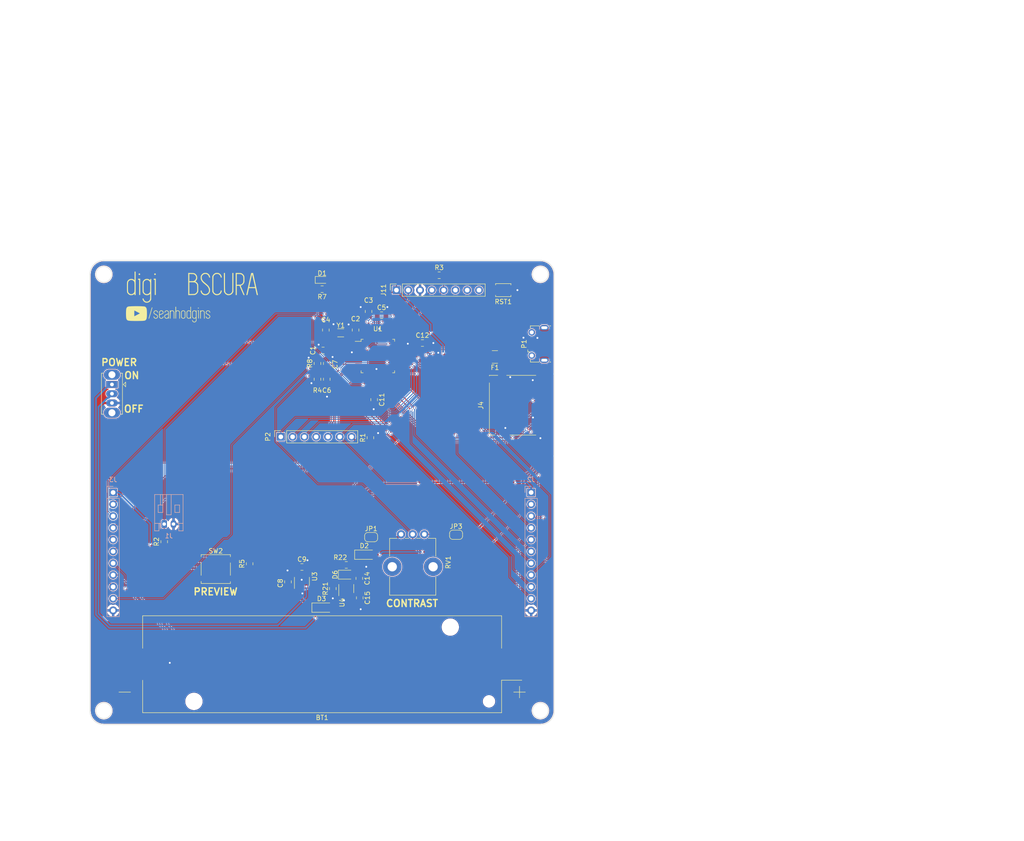
<source format=kicad_pcb>
(kicad_pcb (version 20171130) (host pcbnew "(5.1.2)-2")
  (title_block (title "Sensory Adaptation Robot") (date 2016-03-10) (rev 0.1a) (company "Idle Hands Dev.") (comment 1 "Sean Hodgins"))
  (layers (0 F.Cu signal) (31 B.Cu signal) (34 B.Paste user) (35 F.Paste user hide) (36 B.SilkS user) (37 F.SilkS user) (38 B.Mask user) (39 F.Mask user) (44 Edge.Cuts user))
  (net 0 "")
  (net 1 GND)
  (net 2 "Net-(C2-Pad1)")
  (net 3 "Net-(C4-Pad1)")
  (net 4 VCOM)
  (net 5 "Net-(D6-Pad1)")
  (net 6 "Net-(F1-Pad1)")
  (net 7 +3V3)
  (net 8 "Net-(P1-Pad6)")
  (net 9 USB_D-)
  (net 10 USB_ID)
  (net 11 USB_D+)
  (net 12 SWDIO)
  (net 13 SWCLK)
  (net 14 RESET)
  (net 15 LED1)
  (net 16 "Net-(R21-Pad2)")
  (net 17 USB_HOST_EN)
  (net 18 "Net-(C5-Pad1)")
  (net 19 TXD)
  (net 20 RXD)
  (net 21 VBATT)
  (net 22 "Net-(D1-Pad2)")
  (net 23 A0ROW)
  (net 24 A1ROW)
  (net 25 A2ROW)
  (net 26 A3ROW)
  (net 27 A4ROW)
  (net 28 CS)
  (net 29 WR)
  (net 30 EN)
  (net 31 OUTROW)
  (net 32 OUTCOL)
  (net 33 A4COL)
  (net 34 A3COL)
  (net 35 A2COL)
  (net 36 A1COL)
  (net 37 A0COL)
  (net 38 st)
  (net 39 "Net-(U1-Pad39)")
  (net 40 "Net-(U1-Pad38)")
  (net 41 "Net-(U1-Pad37)")
  (net 42 DATA)
  (net 43 DC)
  (net 44 RES)
  (net 45 CLK)
  (net 46 "Net-(U1-Pad4)")
  (net 47 SD_CD)
  (net 48 "Net-(J4-Pad1)")
  (net 49 SD_CS)
  (net 50 SD_SCK)
  (net 51 SD_MISO)
  (net 52 "Net-(J4-Pad9)")
  (net 53 SD_MOSI)
  (net 54 "Net-(P2-Pad7)")
  (net 55 "Net-(JP1-Pad2)")
  (net 56 "Net-(JP3-Pad1)")
  (net 57 "Net-(J11-Pad8)")
  (net 58 CS_oled)
  (net 59 "Net-(J4-Pad8)")
  (net 60 ON)
  (net 61 PEN)
  (net 62 BUTTON1)
  (net 63 "Net-(J4-Pad10)")
  (net 64 BUTTON2)
  (module logos:youtubesh (layer F.Cu) (at 121.4122 111.4556)
    (fp_text reference G*** hide)
    (fp_text value LOGO hide)
  )
  (module logos:SH_Logo_cu (layer F.Cu) (at 185.9028 114.6306)
    (fp_text reference G*** hide)
    (fp_text value LOGO hide)
    (fp_poly (pts (xy -0.966646 -2.361155) (xy -0.948879 -2.360407) (xy -0.84604 -2.355022) (xy -0.739541 -2.297778) (xy -0.674771 -2.261873) (xy -0.622761 -2.230414) (xy -0.581522 -2.20198) (xy -0.549062 -2.175151) (xy -0.523389 -2.148508) (xy -0.514141 -2.137016) (xy -0.494586 -2.109271) (xy -0.480605 -2.085298) (xy -0.473268 -2.067503) (xy -0.473645 -2.058293) (xy -0.479136 -2.058268) (xy -0.496428 -2.063406) (xy -0.525867 -2.070616) (xy -0.563974 -2.079172) (xy -0.607268 -2.088346) (xy -0.65227 -2.097414) (xy -0.695501 -2.105647) (xy -0.73348 -2.112319) (xy -0.751789 -2.115196) (xy -0.930469 -2.13493) (xy -1.119725 -2.143181) (xy -1.319217 -2.139994) (xy -1.528603 -2.12541) (xy -1.747543 -2.099474) (xy -1.975697 -2.062228) (xy -2.212723 -2.013717) (xy -2.458281 -1.953982) (xy -2.712031 -1.883068) (xy -2.806394 -1.854478) (xy -2.871596 -1.833942) (xy -2.940851 -1.811442) (xy -3.012659 -1.787523) (xy -3.085515 -1.762732) (xy -3.157918 -1.737613) (xy -3.228364 -1.712712) (xy -3.295352 -1.688575) (xy -3.357378 -1.665747) (xy -3.412941 -1.644773) (xy -3.460537 -1.626198) (xy -3.498664 -1.610569) (xy -3.52582 -1.59843) (xy -3.540502 -1.590328) (xy -3.542479 -1.587274) (xy -3.532993 -1.583035) (xy -3.509509 -1.574386) (xy -3.473168 -1.561704) (xy -3.425109 -1.545362) (xy -3.366472 -1.525737) (xy -3.298396 -1.503203) (xy -3.222021 -1.478137) (xy -3.138486 -1.450912) (xy -3.048932 -1.421904) (xy -2.954498 -1.391489) (xy -2.856323 -1.360042) (xy -2.755547 -1.327937) (xy -2.734686 -1.321313) (xy -2.547969 -1.261696) (xy -2.375432 -1.205797) (xy -2.215933 -1.153188) (xy -2.068328 -1.103439) (xy -1.931475 -1.05612) (xy -1.804231 -1.010801) (xy -1.685453 -0.967054) (xy -1.573997 -0.924448) (xy -1.468721 -0.882554) (xy -1.368483 -0.840941) (xy -1.272138 -0.799182) (xy -1.178545 -0.756845) (xy -1.08656 -0.713501) (xy -0.99504 -0.668722) (xy -0.98425 -0.663339) (xy -0.774484 -0.552525) (xy -0.579843 -0.437329) (xy -0.400167 -0.317646) (xy -0.235294 -0.193372) (xy -0.150813 -0.122981) (xy -0.103199 -0.08042) (xy -0.050857 -0.031239) (xy 0.003055 0.021401) (xy 0.055374 0.074342) (xy 0.102943 0.124423) (xy 0.142599 0.168485) (xy 0.153577 0.181365) (xy 0.202406 0.239699) (xy 0.265906 0.235586) (xy 0.298368 0.231863) (xy 0.340745 0.224699) (xy 0.387712 0.215098) (xy 0.433945 0.204068) (xy 0.437109 0.203244) (xy 0.482555 0.192226) (xy 0.53032 0.182176) (xy 0.577553 0.173529) (xy 0.621401 0.166717) (xy 0.659012 0.162173) (xy 0.687535 0.160332) (xy 0.704116 0.161625) (xy 0.705933 0.162407) (xy 0.712677 0.164011) (xy 0.717064 0.157851) (xy 0.719212 0.142235) (xy 0.719239 0.115469) (xy 0.717264 0.075859) (xy 0.714626 0.037874) (xy 0.70901 -0.031271) (xy 0.702531 -0.097255) (xy 0.694828 -0.162188) (xy 0.685543 -0.228178) (xy 0.674317 -0.297335) (xy 0.660791 -0.371767) (xy 0.644606 -0.453583) (xy 0.625402 -0.544893) (xy 0.602822 -0.647806) (xy 0.582608 -0.737599) (xy 0.564926 -0.816538) (xy 0.548381 -0.892432) (xy 0.533316 -0.963562) (xy 0.520075 -1.028209) (xy 0.509001 -1.084656) (xy 0.500437 -1.131184) (xy 0.494727 -1.166076) (xy 0.492214 -1.187612) (xy 0.492125 -1.190425) (xy 0.499626 -1.202741) (xy 0.520406 -1.214787) (xy 0.551876 -1.225773) (xy 0.591448 -1.234907) (xy 0.636533 -1.2414) (xy 0.66675 -1.243785) (xy 0.725432 -1.243872) (xy 0.773691 -1.236153) (xy 0.815685 -1.219101) (xy 0.85557 -1.19119) (xy 0.885292 -1.163539) (xy 0.916455 -1.128766) (xy 0.94454 -1.089907) (xy 0.969827 -1.045865) (xy 0.992598 -0.995545) (xy 1.013135 -0.937854) (xy 1.031719 -0.871695) (xy 1.04863 -0.795974) (xy 1.064152 -0.709596) (xy 1.078564 -0.611466) (xy 1.092149 -0.500489) (xy 1.105188 -0.37557) (xy 1.114973 -0.269875) (xy 1.120638 -0.206786) (xy 1.126385 -0.144569) (xy 1.131922 -0.086232) (xy 1.136962 -0.03478) (xy 1.141214 0.006778) (xy 1.144312 0.034792) (xy 1.15365 0.113241) (xy 1.285247 0.108665) (xy 1.416597 0.099752) (xy 1.543843 0.083039) (xy 1.623622 0.071431) (xy 1.701567 0.063738) (xy 1.785264 0.059267) (xy 1.813718 0.058423) (xy 1.956593 0.054859) (xy 1.955679 -0.014243) (xy 1.954897 -0.039472) (xy 1.95294 -0.064319) (xy 1.949363 -0.090652) (xy 1.94372 -0.120341) (xy 1.935563 -0.155253) (xy 1.924447 -0.197257) (xy 1.909926 -0.248221) (xy 1.891552 -0.310014) (xy 1.86888 -0.384505) (xy 1.861427 -0.408782) (xy 1.837093 -0.488154) (xy 1.816957 -0.554424) (xy 1.800449 -0.609634) (xy 1.786997 -0.655824) (xy 1.776031 -0.695035) (xy 1.766981 -0.729307) (xy 1.759275 -0.760681) (xy 1.752345 -0.791197) (xy 1.745618 -0.822897) (xy 1.745542 -0.823265) (xy 1.736465 -0.876713) (xy 1.730367 -0.93266) (xy 1.727359 -0.987432) (xy 1.727551 -1.037354) (xy 1.731055 -1.078749) (xy 1.737066 -1.105499) (xy 1.759882 -1.14935) (xy 1.792047 -1.181877) (xy 1.831204 -1.202481) (xy 1.875 -1.210564) (xy 1.921077 -1.205528) (xy 1.967082 -1.186775) (xy 1.991775 -1.170185) (xy 2.030993 -1.133894) (xy 2.068615 -1.087097) (xy 2.10486 -1.029213) (xy 2.139949 -0.959657) (xy 2.174102 -0.877847) (xy 2.207537 -0.783199) (xy 2.240474 -0.67513) (xy 2.273134 -0.553059) (xy 2.305735 -0.4164) (xy 2.338498 -0.264571) (xy 2.345078 -0.232389) (xy 2.355662 -0.180388) (xy 2.365457 -0.132652) (xy 2.373936 -0.091712) (xy 2.380574 -0.060101) (xy 2.384845 -0.040351) (xy 2.385873 -0.035936) (xy 2.389042 -0.026274) (xy 2.394844 -0.020355) (xy 2.40663 -0.017268) (xy 2.427756 -0.016102) (xy 2.459501 -0.015945) (xy 2.543935 -0.017514) (xy 2.632397 -0.022183) (xy 2.726293 -0.030146) (xy 2.827027 -0.041596) (xy 2.936003 -0.056728) (xy 3.054627 -0.075736) (xy 3.184302 -0.098814) (xy 3.326434 -0.126155) (xy 3.472656 -0.155919) (xy 3.613484 -0.184741) (xy 3.739141 -0.209435) (xy 3.849598 -0.229994) (xy 3.944826 -0.246414) (xy 4.024795 -0.258689) (xy 4.089476 -0.266814) (xy 4.096968 -0.267586) (xy 4.165656 -0.274449) (xy 4.170026 -0.24752) (xy 4.172149 -0.221189) (xy 4.169194 -0.19361) (xy 4.160325 -0.160835) (xy 4.144707 -0.118917) (xy 4.14082 -0.109379) (xy 4.126882 -0.077609) (xy 4.115692 -0.058012) (xy 4.105208 -0.047625) (xy 4.09575 -0.043909) (xy 4.074649 -0.040169) (xy 4.039174 -0.034748) (xy 3.990717 -0.027821) (xy 3.930669 -0.019561) (xy 3.860423 -0.010145) (xy 3.78137 0.000253) (xy 3.694903 0.01146) (xy 3.602412 0.023299) (xy 3.50529 0.035596) (xy 3.404929 0.048177) (xy 3.302721 0.060866) (xy 3.200058 0.07349) (xy 3.098331 0.085872) (xy 2.998933 0.097839) (xy 2.903255 0.109216) (xy 2.812689 0.119828) (xy 2.728627 0.129501) (xy 2.652461 0.138059) (xy 2.6035 0.14341) (xy 2.555858 0.148625) (xy 2.513966 0.153367) (xy 2.480249 0.15735) (xy 2.457133 0.160285) (xy 2.447044 0.161886) (xy 2.44681 0.161986) (xy 2.4486 0.169737) (xy 2.454697 0.190285) (xy 2.46439 0.221365) (xy 2.476972 0.260712) (xy 2.491732 0.306061) (xy 2.495684 0.318085) (xy 2.516489 0.382898) (xy 2.536434 0.448673) (xy 2.556057 0.517471) (xy 2.575891 0.591348) (xy 2.596474 0.672366) (xy 2.618341 0.762582) (xy 2.642027 0.864055) (xy 2.668068 0.978845) (xy 2.671058 0.992187) (xy 2.696139 1.103479) (xy 2.718523 1.201066) (xy 2.738666 1.286804) (xy 2.757028 1.362545) (xy 2.774066 1.430143) (xy 2.790238 1.491454) (xy 2.806001 1.54833) (xy 2.821815 1.602625) (xy 2.821966 1.603133) (xy 2.838465 1.656718) (xy 2.853825 1.701774) (xy 2.869834 1.742377) (xy 2.88828 1.782603) (xy 2.910951 1.826528) (xy 2.939634 1.878226) (xy 2.952638 1.901031) (xy 2.989373 1.969597) (xy 3.015458 2.029359) (xy 3.031522 2.082689) (xy 3.038193 2.131955) (xy 3.036099 2.179529) (xy 3.032316 2.201736) (xy 3.022425 2.237902) (xy 3.008916 2.260818) (xy 2.988837 2.273097) (xy 2.959239 2.277349) (xy 2.946796 2.277435) (xy 2.914193 2.274887) (xy 2.882004 2.269093) (xy 2.868011 2.265064) (xy 2.842568 2.252688) (xy 2.814457 2.234156) (xy 2.800542 2.222924) (xy 2.787837 2.211399) (xy 2.776287 2.199896) (xy 2.765318 2.187234) (xy 2.754356 2.172228) (xy 2.742827 2.153696) (xy 2.730159 2.130454) (xy 2.715777 2.10132) (xy 2.699108 2.065111) (xy 2.679578 2.020643) (xy 2.656613 1.966733) (xy 2.629641 1.902199) (xy 2.598086 1.825857) (xy 2.561376 1.736524) (xy 2.543128 1.69203) (xy 2.513146 1.617804) (xy 2.482328 1.539234) (xy 2.450101 1.45477) (xy 2.415894 1.362858) (xy 2.379137 1.261948) (xy 2.339257 1.150486) (xy 2.295683 1.026922) (xy 2.250354 0.896937) (xy 2.209282 0.778913) (xy 2.170742 0.668746) (xy 2.135133 0.567563) (xy 2.102857 0.476492) (xy 2.074314 0.396662) (xy 2.049904 0.329199) (xy 2.030027 0.275232) (xy 2.02392 0.258959) (xy 2.006303 0.212324) (xy 1.965573 0.217434) (xy 1.94752 0.21959) (xy 1.916021 0.223233) (xy 1.873407 0.228099) (xy 1.82201 0.233923) (xy 1.764162 0.24044) (xy 1.702194 0.247386) (xy 1.678781 0.250001) (xy 1.610367 0.257751) (xy 1.540282 0.265901) (xy 1.471941 0.274036) (xy 1.408761 0.281747) (xy 1.354154 0.28862) (xy 1.311538 0.294244) (xy 1.307703 0.294772) (xy 1.182687 0.312086) (xy 1.182687 0.357911) (xy 1.184095 0.380964) (xy 1.187994 0.41598) (xy 1.193898 0.45933) (xy 1.201323 0.507384) (xy 1.207745 0.545165) (xy 1.219326 0.615251) (xy 1.22724 0.675566) (xy 1.232069 0.731633) (xy 1.2344 0.788974) (xy 1.234584 0.798936) (xy 1.235613 0.840079) (xy 1.237212 0.875816) (xy 1.239189 0.903003) (xy 1.24135 0.918498) (xy 1.242073 0.920514) (xy 1.250525 0.928085) (xy 1.269688 0.942368) (xy 1.296928 0.961477) (xy 1.329609 0.983532) (xy 1.338218 0.989217) (xy 1.396402 1.030702) (xy 1.440337 1.070071) (xy 1.471123 1.10925) (xy 1.489864 1.150166) (xy 1.497659 1.194746) (xy 1.495612 1.244917) (xy 1.493365 1.260598) (xy 1.478597 1.303248) (xy 1.449663 1.341059) (xy 1.407945 1.372417) (xy 1.389647 1.382012) (xy 1.350776 1.394618) (xy 1.300919 1.401975) (xy 1.244136 1.403889) (xy 1.184489 1.400165) (xy 1.141784 1.393835) (xy 1.111088 1.387286) (xy 1.073547 1.378119) (xy 1.032282 1.367234) (xy 0.990416 1.355531) (xy 0.951071 1.34391) (xy 0.917369 1.33327) (xy 0.892433 1.324512) (xy 0.879384 1.318535) (xy 0.878726 1.318012) (xy 0.873968 1.307138) (xy 0.867254 1.282704) (xy 0.858999 1.246846) (xy 0.849618 1.201701) (xy 0.839527 1.149405) (xy 0.82914 1.092096) (xy 0.818872 1.03191) (xy 0.809137 0.970983) (xy 0.801886 0.922261) (xy 0.796207 0.880444) (xy 0.789844 0.829885) (xy 0.783066 0.773106) (xy 0.776142 0.712626) (xy 0.769341 0.650967) (xy 0.762933 0.590647) (xy 0.757186 0.534188) (xy 0.75237 0.48411) (xy 0.748755 0.442933) (xy 0.746609 0.413178) (xy 0.746125 0.400241) (xy 0.741903 0.395897) (xy 0.727685 0.395895) (xy 0.701145 0.400313) (xy 0.692546 0.402069) (xy 0.671346 0.406899) (xy 0.639992 0.414556) (xy 0.601117 0.424348) (xy 0.557351 0.435583) (xy 0.511326 0.447566) (xy 0.465673 0.459607) (xy 0.423024 0.471011) (xy 0.386011 0.481087) (xy 0.357264 0.489141) (xy 0.339415 0.494481) (xy 0.334805 0.496241) (xy 0.336534 0.503964) (xy 0.343834 0.520866) (xy 0.348564 0.530468) (xy 0.373754 0.592166) (xy 0.393019 0.664907) (xy 0.405914 0.744834) (xy 0.411994 0.82809) (xy 0.410814 0.910819) (xy 0.401928 0.989163) (xy 0.401694 0.990513) (xy 0.372062 1.115721) (xy 0.327672 1.239386) (xy 0.269642 1.359847) (xy 0.199088 1.475441) (xy 0.117128 1.584509) (xy 0.024878 1.685389) (xy -0.076544 1.776418) (xy -0.175543 1.849079) (xy -0.289765 1.918609) (xy -0.407683 1.978055) (xy -0.531432 2.028175) (xy -0.663149 2.069724) (xy -0.804971 2.103458) (xy -0.959033 2.130134) (xy -0.976313 2.1326) (xy -1.030281 2.13839) (xy -1.096708 2.142716) (xy -1.172248 2.145577) (xy -1.253552 2.146976) (xy -1.337272 2.146914) (xy -1.420062 2.145391) (xy -1.498574 2.14241) (xy -1.56946 2.137971) (xy -1.627188 2.132345) (xy -1.728643 2.118391) (xy -1.833315 2.101055) (xy -1.937685 2.081076) (xy -2.038232 2.059192) (xy -2.131439 2.036141) (xy -2.213786 2.012663) (xy -2.244395 2.002816) (xy -2.33731 1.967936) (xy -2.426837 1.927126) (xy -2.510987 1.881673) (xy -2.587771 1.832863) (xy -2.655201 1.781983) (xy -2.71129 1.730317) (xy -2.754048 1.679154) (xy -2.761221 1.668478) (xy -2.788619 1.613226) (xy -2.803282 1.554507) (xy -2.803853 1.520367) (xy -2.372977 1.520367) (xy -2.371093 1.571578) (xy -2.357909 1.614307) (xy -2.328384 1.659025) (xy -2.284113 1.702851) (xy -2.22622 1.745246) (xy -2.15583 1.785671) (xy -2.074067 1.823591) (xy -1.982058 1.858466) (xy -1.880925 1.889758) (xy -1.771794 1.91693) (xy -1.691015 1.933253) (xy -1.587669 1.950286) (xy -1.495302 1.961144) (xy -1.410364 1.966051) (xy -1.329306 1.965229) (xy -1.26092 1.960203) (xy -1.128127 1.940404) (xy -0.996862 1.908477) (xy -0.868416 1.865319) (xy -0.744076 1.811827) (xy -0.625133 1.748897) (xy -0.512875 1.677427) (xy -0.408592 1.598312) (xy -0.313574 1.51245) (xy -0.22911 1.420737) (xy -0.156488 1.324071) (xy -0.097 1.223347) (xy -0.051932 1.119463) (xy -0.051878 1.119311) (xy -0.027003 1.037828) (xy -0.012476 0.959941) (xy -0.00702 0.878434) (xy -0.006905 0.865187) (xy -0.012806 0.766029) (xy -0.031533 0.672583) (xy -0.060957 0.587375) (xy -0.076578 0.550078) (xy -0.08804 0.52547) (xy -0.097096 0.511504) (xy -0.105498 0.506134) (xy -0.114997 0.507314) (xy -0.125467 0.512053) (xy -0.140085 0.517288) (xy -0.168729 0.525607) (xy -0.209932 0.536647) (xy -0.262223 0.550043) (xy -0.324133 0.565432) (xy -0.394193 0.58245) (xy -0.470934 0.600735) (xy -0.552887 0.619922) (xy -0.638582 0.639648) (xy -0.670719 0.64696) (xy -0.821635 0.682287) (xy -0.95962 0.717074) (xy -1.087551 0.752254) (xy -1.208304 0.788758) (xy -1.324755 0.82752) (xy -1.43978 0.869472) (xy -1.556254 0.915548) (xy -1.677056 0.966679) (xy -1.734255 0.991881) (xy -1.861034 1.050758) (xy -1.972577 1.107737) (xy -2.069364 1.163151) (xy -2.151877 1.217333) (xy -2.220596 1.270617) (xy -2.276001 1.323336) (xy -2.318575 1.375823) (xy -2.340911 1.41244) (xy -2.36282 1.466179) (xy -2.372977 1.520367) (xy -2.803853 1.520367) (xy -2.804253 1.496507) (xy -2.802867 1.486266) (xy -2.785526 1.417523) (xy -2.755336 1.343535) (xy -2.713457 1.266521) (xy -2.66105 1.188701) (xy -2.619974 1.136435) (xy -2.56155 1.07552) (xy -2.488422 1.014735) (xy -2.401755 0.9547) (xy -2.302713 0.896033) (xy -2.19246 0.83935) (xy -2.072159 0.785271) (xy -1.942976 0.734413) (xy -1.806073 0.687395) (xy -1.730375 0.664123) (xy -1.671698 0.647021) (xy -1.61507 0.631039) (xy -1.558806 0.615782) (xy -1.501223 0.600855) (xy -1.440636 0.585865) (xy -1.375361 0.570416) (xy -1.303714 0.554113) (xy -1.224011 0.536561) (xy -1.134568 0.517367) (xy -1.0337 0.496135) (xy -0.919723 0.47247) (xy -0.860986 0.460362) (xy -0.753986 0.438226) (xy -0.653772 0.417258) (xy -0.561339 0.397678) (xy -0.477681 0.379703) (xy -0.403791 0.363553) (xy -0.340665 0.349448) (xy -0.289297 0.337606) (xy -0.25068 0.328247) (xy -0.22581 0.32159) (xy -0.216304 0.318265) (xy -0.216679 0.310203) (xy -0.227591 0.292475) (xy -0.247993 0.266271) (xy -0.276838 0.232782) (xy -0.313081 0.193198) (xy -0.355675 0.148709) (xy -0.403575 0.100505) (xy -0.433377 0.071312) (xy -0.578626 -0.060127) (xy -0.738333 -0.186881) (xy -0.911647 -0.308466) (xy -1.097717 -0.424396) (xy -1.295693 -0.534187) (xy -1.504722 -0.637354) (xy -1.723954 -0.733413) (xy -1.952537 -0.821878) (xy -2.079152 -0.866182) (xy -2.147556 -0.888973) (xy -2.212284 -0.909868) (xy -2.275626 -0.929512) (xy -2.339877 -0.948547) (xy -2.407326 -0.967615) (xy -2.480268 -0.98736) (xy -2.560994 -1.008423) (xy -2.651797 -1.031449) (xy -2.754969 -1.057079) (xy -2.795715 -1.0671) (xy -2.894677 -1.091477) (xy -2.980381 -1.112826) (xy -3.055021 -1.131752) (xy -3.120791 -1.148862) (xy -3.179887 -1.164762) (xy -3.234502 -1.180058) (xy -3.286832 -1.195355) (xy -3.339072 -1.211261) (xy -3.393415 -1.228382) (xy -3.452057 -1.247322) (xy -3.472657 -1.254053) (xy -3.532291 -1.273276) (xy -3.597102 -1.293652) (xy -3.661994 -1.313614) (xy -3.721874 -1.331594) (xy -3.770313 -1.345648) (xy -3.864618 -1.373928) (xy -3.94413 -1.401498) (xy -4.009873 -1.428977) (xy -4.062874 -1.456983) (xy -4.104158 -1.486134) (xy -4.13475 -1.517047) (xy -4.155677 -1.55034) (xy -4.167602 -1.585014) (xy -4.171297 -1.618907) (xy -4.165126 -1.649211) (xy -4.147941 -1.677311) (xy -4.118597 -1.704589) (xy -4.075948 -1.732429) (xy -4.022189 -1.760598) (xy -3.984781 -1.778028) (xy -3.944175 -1.795386) (xy -3.899268 -1.813015) (xy -3.848954 -1.831255) (xy -3.79213 -1.850448) (xy -3.727691 -1.870934) (xy -3.654535 -1.893055) (xy -3.571555 -1.917152) (xy -3.477649 -1.943566) (xy -3.371712 -1.972639) (xy -3.252641 -2.004711) (xy -3.11933 -2.040124) (xy -3.107532 -2.04324) (xy -2.935556 -2.088082) (xy -2.776971 -2.128206) (xy -2.630117 -2.163939) (xy -2.493333 -2.195606) (xy -2.364957 -2.223535) (xy -2.24333 -2.248052) (xy -2.126791 -2.269483) (xy -2.013678 -2.288154) (xy -1.90233 -2.304393) (xy -1.791088 -2.318526) (xy -1.67829 -2.33088) (xy -1.611313 -2.337375) (xy -1.547433 -2.342628) (xy -1.474808 -2.347466) (xy -1.396356 -2.351786) (xy -1.314994 -2.355486) (xy -1.233639 -2.358467) (xy -1.155209 -2.360625) (xy -1.082622 -2.36186) (xy -1.018795 -2.362071) (xy -0.966646 -2.361155)) (layer F.Cu) (width 0.01))
  )
  (module logos:SH_Logo (layer F.Cu) (at 185.9028 114.6306)
    (fp_text reference G*** hide)
    (fp_text value LOGO hide)
  )
  (module logos:logo_text (layer F.Cu) (at 121.971 104.9278)
    (fp_text reference G*** hide)
    (fp_text value LOGO hide)
  )
  (module logos:logo_mask (layer F.Cu) (at 121.844 104.7246)
    (fp_text reference G*** hide)
    (fp_text value LOGO hide)
  )
  (module logos:logo_cu (layer F.Cu) (at 121.8694 104.7246)
    (fp_text reference G*** hide)
    (fp_text value LOGO hide)
    (fp_poly (pts (xy -4.027524 -2.94383) (xy -3.955971 -2.919257) (xy -3.927212 -2.895976) (xy -3.89452 -2.84654) (xy -3.842458 -2.752347) (xy -3.77592 -2.623703) (xy -3.699797 -2.470914) (xy -3.618982 -2.304286) (xy -3.538366 -2.134127) (xy -3.462841 -1.970741) (xy -3.3973 -1.824435) (xy -3.346634 -1.705517) (xy -3.315737 -1.624291) (xy -3.308627 -1.592787) (xy -3.334721 -1.546162) (xy -3.349625 -1.538255) (xy -3.38994 -1.543015) (xy -3.480664 -1.560628) (xy -3.610563 -1.588702) (xy -3.768405 -1.624844) (xy -3.8735 -1.649805) (xy -4.055768 -1.69305) (xy -4.282239 -1.745826) (xy -4.535099 -1.804035) (xy -4.79653 -1.863583) (xy -5.048716 -1.920375) (xy -5.11175 -1.934446) (xy -5.380221 -1.994473) (xy -5.593064 -2.042833) (xy -5.756693 -2.081381) (xy -5.877524 -2.111972) (xy -5.961973 -2.13646) (xy -6.016454 -2.1567) (xy -6.047384 -2.174547) (xy -6.061177 -2.191855) (xy -6.06425 -2.2098) (xy -6.037915 -2.249113) (xy -5.966465 -2.310213) (xy -5.861241 -2.385808) (xy -5.733579 -2.468608) (xy -5.594819 -2.551322) (xy -5.456298 -2.626659) (xy -5.329354 -2.687327) (xy -5.306802 -2.696874) (xy -5.03995 -2.796908) (xy -4.791047 -2.866586) (xy -4.528047 -2.914706) (xy -4.498266 -2.918872) (xy -4.290593 -2.943314) (xy -4.136372 -2.951742) (xy -4.027524 -2.94383)) (layer F.Cu) (width 0.01))
    (fp_poly (pts (xy -3.406514 -2.865434) (xy -3.264863 -2.828445) (xy -3.102888 -2.774331) (xy -2.929591 -2.706138) (xy -2.753974 -2.626911) (xy -2.58504 -2.539696) (xy -2.43179 -2.447538) (xy -2.413 -2.435023) (xy -2.242358 -2.310815) (xy -2.082667 -2.177874) (xy -1.942033 -2.044575) (xy -1.828564 -1.919296) (xy -1.750366 -1.810415) (xy -1.715546 -1.726307) (xy -1.7145 -1.71323) (xy -1.727716 -1.66715) (xy -1.76423 -1.576527) (xy -1.819342 -1.451066) (xy -1.888352 -1.300469) (xy -1.966562 -1.134441) (xy -2.049271 -0.962687) (xy -2.131779 -0.794909) (xy -2.209388 -0.640813) (xy -2.277396 -0.510101) (xy -2.331106 -0.412479) (xy -2.365816 -0.35765) (xy -2.37508 -0.34925) (xy -2.419099 -0.371503) (xy -2.435469 -0.388938) (xy -2.45964 -0.43087) (xy -2.506844 -0.521672) (xy -2.573564 -0.65405) (xy -2.656281 -0.820714) (xy -2.751478 -1.014371) (xy -2.855636 -1.227728) (xy -2.965238 -1.453495) (xy -3.076765 -1.684378) (xy -3.1867 -1.913086) (xy -3.291524 -2.132327) (xy -3.38772 -2.334808) (xy -3.471769 -2.513238) (xy -3.540154 -2.660324) (xy -3.589356 -2.768774) (xy -3.615858 -2.831296) (xy -3.6195 -2.843196) (xy -3.592835 -2.875855) (xy -3.518838 -2.882252) (xy -3.406514 -2.865434)) (layer F.Cu) (width 0.01))
    (fp_poly (pts (xy -6.288587 -1.947395) (xy -6.191899 -1.933472) (xy -6.054165 -1.908448) (xy -5.88573 -1.874219) (xy -5.696934 -1.832679) (xy -5.673948 -1.827418) (xy -5.4775 -1.782558) (xy -5.294803 -1.741363) (xy -5.137743 -1.706474) (xy -5.018207 -1.680528) (xy -4.948081 -1.666166) (xy -4.946194 -1.66582) (xy -4.836687 -1.634355) (xy -4.789303 -1.590855) (xy -4.803728 -1.53486) (xy -4.834334 -1.501751) (xy -4.875096 -1.46735) (xy -4.959286 -1.39825) (xy -5.080758 -1.299427) (xy -5.233363 -1.175861) (xy -5.410956 -1.032531) (xy -5.607387 -0.874415) (xy -5.794375 -0.724246) (xy -6.073933 -0.499945) (xy -6.308023 -0.312335) (xy -6.500806 -0.158492) (xy -6.656444 -0.035494) (xy -6.779098 0.05958) (xy -6.87293 0.129653) (xy -6.942103 0.177648) (xy -6.990776 0.206485) (xy -7.023112 0.219089) (xy -7.043273 0.218381) (xy -7.05542 0.207283) (xy -7.063714 0.188717) (xy -7.069976 0.171478) (xy -7.080087 0.101908) (xy -7.079983 -0.014844) (xy -7.071097 -0.163541) (xy -7.05486 -0.328942) (xy -7.032701 -0.495807) (xy -7.006053 -0.648897) (xy -6.983818 -0.746125) (xy -6.928816 -0.922019) (xy -6.854998 -1.111568) (xy -6.768039 -1.30428) (xy -6.67361 -1.489662) (xy -6.577386 -1.657221) (xy -6.485038 -1.796462) (xy -6.40224 -1.896893) (xy -6.334664 -1.948021) (xy -6.333889 -1.948323) (xy -6.288587 -1.947395)) (layer F.Cu) (width 0.01))
    (fp_poly (pts (xy -1.516869 -1.402748) (xy -1.460248 -1.336151) (xy -1.395147 -1.208686) (xy -1.335634 -1.058759) (xy -1.223801 -0.692401) (xy -1.161237 -0.331803) (xy -1.143 0.026077) (xy -1.149899 0.286277) (xy -1.170194 0.496099) (xy -1.203289 0.651845) (xy -1.248585 0.749817) (xy -1.2627 0.765763) (xy -1.305835 0.784999) (xy -1.400014 0.814648) (xy -1.534143 0.852053) (xy -1.697126 0.894554) (xy -1.877868 0.939491) (xy -2.065273 0.984205) (xy -2.248248 1.026038) (xy -2.415695 1.062329) (xy -2.556521 1.09042) (xy -2.65963 1.107652) (xy -2.706688 1.111844) (xy -2.753731 1.091022) (xy -2.76225 1.067975) (xy -2.748921 1.027654) (xy -2.711643 0.939342) (xy -2.654483 0.812032) (xy -2.581509 0.654719) (xy -2.496786 0.476396) (xy -2.464374 0.409162) (xy -2.350565 0.173897) (xy -2.22211 -0.09179) (xy -2.090195 -0.364752) (xy -1.966009 -0.621839) (xy -1.881398 -0.797095) (xy -1.794147 -0.975721) (xy -1.714566 -1.134585) (xy -1.64725 -1.264843) (xy -1.596791 -1.35765) (xy -1.567783 -1.40416) (xy -1.564393 -1.407534) (xy -1.516869 -1.402748)) (layer F.Cu) (width 0.01))
    (fp_poly (pts (xy -5.79009 -0.410205) (xy -5.778865 -0.398945) (xy -5.769835 -0.373537) (xy -5.762813 -0.328548) (xy -5.757612 -0.258543) (xy -5.754046 -0.15809) (xy -5.751928 -0.021754) (xy -5.75107 0.155899) (xy -5.751286 0.380302) (xy -5.752388 0.656888) (xy -5.754191 0.991093) (xy -5.754364 1.021297) (xy -5.757077 1.396087) (xy -5.760589 1.710024) (xy -5.76498 1.965752) (xy -5.770329 2.165912) (xy -5.776717 2.313148) (xy -5.784223 2.410103) (xy -5.792926 2.459419) (xy -5.797953 2.467114) (xy -5.839567 2.454893) (xy -5.912534 2.411302) (xy -5.988453 2.355497) (xy -6.287345 2.07773) (xy -6.545229 1.754093) (xy -6.758472 1.39005) (xy -6.923441 0.991067) (xy -6.949735 0.909468) (xy -6.984084 0.798562) (xy -7.007203 0.710258) (xy -7.014472 0.636777) (xy -7.001269 0.570339) (xy -6.962976 0.503165) (xy -6.894972 0.427478) (xy -6.792638 0.335497) (xy -6.651353 0.219445) (xy -6.466497 0.071543) (xy -6.439021 0.049568) (xy -6.272284 -0.08195) (xy -6.11942 -0.198916) (xy -5.988145 -0.295716) (xy -5.886173 -0.366737) (xy -5.821221 -0.406363) (xy -5.803698 -0.41275) (xy -5.79009 -0.410205)) (layer F.Cu) (width 0.01))
    (fp_poly (pts (xy -1.380913 1.091063) (xy -1.357801 1.130803) (xy -1.370148 1.212354) (xy -1.41398 1.327758) (xy -1.485321 1.469054) (xy -1.580197 1.628283) (xy -1.694632 1.797485) (xy -1.810086 1.950485) (xy -1.934399 2.090424) (xy -2.084057 2.233042) (xy -2.24859 2.370827) (xy -2.417523 2.496266) (xy -2.580383 2.601846) (xy -2.7267 2.680053) (xy -2.845999 2.723374) (xy -2.896133 2.729612) (xy -2.947577 2.708712) (xy -3.041715 2.648959) (xy -3.17381 2.553723) (xy -3.339129 2.426376) (xy -3.476063 2.316703) (xy -3.634761 2.187135) (xy -3.781128 2.066309) (xy -3.906265 1.961676) (xy -4.001272 1.880687) (xy -4.057248 1.830793) (xy -4.062283 1.825898) (xy -4.09582 1.791804) (xy -4.117608 1.763297) (xy -4.122227 1.738222) (xy -4.10426 1.714427) (xy -4.058288 1.689757) (xy -3.978891 1.662059) (xy -3.860651 1.62918) (xy -3.698149 1.588966) (xy -3.485967 1.539264) (xy -3.218685 1.47792) (xy -3.14325 1.460657) (xy -2.755218 1.372105) (xy -2.424935 1.297353) (xy -2.148363 1.235553) (xy -1.921462 1.185858) (xy -1.740195 1.14742) (xy -1.600522 1.119394) (xy -1.498405 1.100932) (xy -1.429805 1.091188) (xy -1.390683 1.089313) (xy -1.380913 1.091063)) (layer F.Cu) (width 0.01))
    (fp_poly (pts (xy -5.438645 1.035164) (xy -5.388425 1.059721) (xy -5.309446 1.111406) (xy -5.196845 1.193628) (xy -5.04576 1.309798) (xy -4.851328 1.463324) (xy -4.837774 1.47412) (xy -4.720653 1.567464) (xy -4.565365 1.691258) (xy -4.383386 1.836352) (xy -4.186191 1.993597) (xy -3.985255 2.153842) (xy -3.861462 2.252576) (xy -3.686442 2.393711) (xy -3.52907 2.523568) (xy -3.395884 2.636511) (xy -3.293421 2.726903) (xy -3.228221 2.789109) (xy -3.20675 2.816924) (xy -3.236788 2.857651) (xy -3.320069 2.895922) (xy -3.446345 2.930364) (xy -3.60537 2.959601) (xy -3.786896 2.982261) (xy -3.980675 2.99697) (xy -4.17646 3.002354) (xy -4.364004 2.997039) (xy -4.47675 2.987183) (xy -4.631849 2.961987) (xy -4.803839 2.922373) (xy -4.97979 2.872677) (xy -5.146773 2.817236) (xy -5.291856 2.760386) (xy -5.402109 2.706461) (xy -5.464602 2.6598) (xy -5.468452 2.654632) (xy -5.476006 2.612686) (xy -5.482061 2.518945) (xy -5.48664 2.383872) (xy -5.489765 2.217928) (xy -5.491459 2.031575) (xy -5.491744 1.835275) (xy -5.490642 1.639489) (xy -5.488177 1.45468) (xy -5.484371 1.291308) (xy -5.479246 1.159836) (xy -5.472824 1.070725) (xy -5.465128 1.034438) (xy -5.464967 1.034326) (xy -5.438645 1.035164)) (layer F.Cu) (width 0.01))
  )
  (module Connector_PinSocket_2.54mm:PinSocket_1x11_P2.54mm_Vertical (layer B.Cu) (at 195 150 180)
    (fp_text reference J2 (at 0 2.77) (layer B.SilkS) (effects (justify mirror)))
    (fp_text value ROW)
    (pad 11 thru_hole oval (at 0 -25.4 180) (size 1.7 1.7) (drill 1) (layers *.Cu *.Mask) (net 1 GND))
    (pad 10 thru_hole oval (at 0 -22.86 180) (size 1.7 1.7) (drill 1) (layers *.Cu *.Mask) (net 23 A0ROW))
    (pad 9 thru_hole oval (at 0 -20.32 180) (size 1.7 1.7) (drill 1) (layers *.Cu *.Mask) (net 24 A1ROW))
    (pad 8 thru_hole oval (at 0 -17.78 180) (size 1.7 1.7) (drill 1) (layers *.Cu *.Mask) (net 25 A2ROW))
    (pad 7 thru_hole oval (at 0 -15.24 180) (size 1.7 1.7) (drill 1) (layers *.Cu *.Mask) (net 26 A3ROW))
    (pad 6 thru_hole oval (at 0 -12.7 180) (size 1.7 1.7) (drill 1) (layers *.Cu *.Mask) (net 27 A4ROW))
    (pad 5 thru_hole oval (at 0 -10.16 180) (size 1.7 1.7) (drill 1) (layers *.Cu *.Mask) (net 28 CS))
    (pad 4 thru_hole oval (at 0 -7.62 180) (size 1.7 1.7) (drill 1) (layers *.Cu *.Mask) (net 29 WR))
    (pad 3 thru_hole oval (at 0 -5.08 180) (size 1.7 1.7) (drill 1) (layers *.Cu *.Mask) (net 30 EN))
    (pad 2 thru_hole oval (at 0 -2.54 180) (size 1.7 1.7) (drill 1) (layers *.Cu *.Mask) (net 31 OUTROW))
    (pad 1 thru_hole rect (at 0 0 180) (size 1.7 1.7) (drill 1) (layers *.Cu *.Mask) (net 7 +3V3))
  )
  (module Diode_SMD:D_SOD-123F (layer F.Cu) (at 150 174.8)
    (fp_text reference D3 (at -0.127 -1.905) (layer F.SilkS))
    (fp_text value MBR230L)
    (pad 2 smd rect (at 1.4 0) (size 1.1 1.1) (layers F.Cu F.Paste F.Mask) (net 21 VBATT))
    (pad 1 smd rect (at -1.4 0) (size 1.1 1.1) (layers F.Cu F.Paste F.Mask) (net 60 ON))
  )
  (module Resistor_SMD:R_0805_2012Metric (layer F.Cu) (at 160.4 138.2 90)
    (fp_text reference R1 (at 0 -1.65 90) (layer F.SilkS))
    (fp_text value 100k)
    (pad 2 smd roundrect (at 0.9375 0 90) (size 0.975 1.4) (layers F.Cu F.Paste F.Mask) (net 1 GND))
    (pad 1 smd roundrect (at -0.9375 0 90) (size 0.975 1.4) (layers F.Cu F.Paste F.Mask) (net 54 "Net-(P2-Pad7)"))
  )
  (module Connector_USB:USB_Micro-B_Molex-105017-0001 (layer F.Cu) (at 196.6 118 90)
    (fp_text reference P1 (at 0 -3.1125 90) (layer F.SilkS))
    (fp_text value USB_OTG)
    (pad 6 smd rect (at -2.9 1.2375 90) (size 1.2 1.9) (layers F.Cu F.Mask) (net 8 "Net-(P1-Pad6)"))
    (pad 6 smd rect (at 2.9 1.2375 90) (size 1.2 1.9) (layers F.Cu F.Mask) (net 8 "Net-(P1-Pad6)"))
    (pad 6 thru_hole oval (at 3.5 1.2375 90) (size 1.2 1.9) (drill oval 0.6 1.3) (layers *.Cu *.Mask) (net 8 "Net-(P1-Pad6)"))
    (pad 6 thru_hole oval (at -3.5 1.2375 270) (size 1.2 1.9) (drill oval 0.6 1.3) (layers *.Cu *.Mask) (net 8 "Net-(P1-Pad6)"))
    (pad 6 smd rect (at -1 1.2375 90) (size 1.5 1.9) (layers F.Cu F.Paste F.Mask) (net 8 "Net-(P1-Pad6)"))
    (pad 6 thru_hole circle (at 2.5 -1.4625 90) (size 1.45 1.45) (drill 0.85) (layers *.Cu *.Mask) (net 8 "Net-(P1-Pad6)"))
    (pad 3 smd rect (at 0 -1.4625 90) (size 0.4 1.35) (layers F.Cu F.Paste F.Mask) (net 11 USB_D+))
    (pad 4 smd rect (at 0.65 -1.4625 90) (size 0.4 1.35) (layers F.Cu F.Paste F.Mask) (net 10 USB_ID))
    (pad 5 smd rect (at 1.3 -1.4625 90) (size 0.4 1.35) (layers F.Cu F.Paste F.Mask) (net 1 GND))
    (pad 1 smd rect (at -1.3 -1.4625 90) (size 0.4 1.35) (layers F.Cu F.Paste F.Mask) (net 6 "Net-(F1-Pad1)"))
    (pad 2 smd rect (at -0.65 -1.4625 90) (size 0.4 1.35) (layers F.Cu F.Paste F.Mask) (net 9 USB_D-))
    (pad 6 thru_hole circle (at -2.5 -1.4625 90) (size 1.45 1.45) (drill 0.85) (layers *.Cu *.Mask) (net 8 "Net-(P1-Pad6)"))
    (pad 6 smd rect (at 1 1.2375 90) (size 1.5 1.9) (layers F.Cu F.Paste F.Mask) (net 8 "Net-(P1-Pad6)"))
  )
  (module Potentiometer_THT:Potentiometer_Bourns_PTV09A-1_Single_Vertical (layer F.Cu) (at 167 159 270)
    (fp_text reference RV1 (at 6.05 -10.15 90) (layer F.SilkS))
    (fp_text value R_POT)
    (pad "" np_thru_hole circle (at 7 1.9 270) (size 4 4) (drill 2) (layers *.Cu *.Mask))
    (pad "" np_thru_hole circle (at 7 -6.9 270) (size 4 4) (drill 2) (layers *.Cu *.Mask))
    (pad 1 thru_hole circle (at 0 0 270) (size 1.8 1.8) (drill 1) (layers *.Cu *.Mask) (net 55 "Net-(JP1-Pad2)"))
    (pad 2 thru_hole circle (at 0 -2.5 270) (size 1.8 1.8) (drill 1) (layers *.Cu *.Mask) (net 31 OUTROW))
    (pad 3 thru_hole circle (at 0 -5 270) (size 1.8 1.8) (drill 1) (layers *.Cu *.Mask) (net 56 "Net-(JP3-Pad1)"))
  )
  (module Jumper:SolderJumper-2_P1.3mm_Open_RoundedPad1.0x1.5mm (layer F.Cu) (at 178.8416 159.106)
    (fp_text reference JP3 (at 0 -1.8) (layer F.SilkS))
    (fp_text value jmp3)
    (pad 2 smd custom (at 0.65 0) (size 1 0.5) (layers F.Cu F.Mask) (net 1 GND) (options (clearance outline) (anchor rect)) (primitives (gr_circle (center 0 0.25) (end 0.5 0.25) (width 0)) (gr_circle (center 0 -0.25) (end 0.5 -0.25) (width 0)) (gr_poly (pts (xy 0 -0.75) (xy -0.5 -0.75) (xy -0.5 0.75) (xy 0 0.75)) (width 0))))
    (pad 1 smd custom (at -0.65 0) (size 1 0.5) (layers F.Cu F.Mask) (net 56 "Net-(JP3-Pad1)") (options (clearance outline) (anchor rect)) (primitives (gr_circle (center 0 0.25) (end 0.5 0.25) (width 0)) (gr_circle (center 0 -0.25) (end 0.5 -0.25) (width 0)) (gr_poly (pts (xy 0 -0.75) (xy 0.5 -0.75) (xy 0.5 0.75) (xy 0 0.75)) (width 0))))
  )
  (module Jumper:SolderJumper-2_P1.3mm_Open_RoundedPad1.0x1.5mm (layer F.Cu) (at 160.5536 159.614)
    (fp_text reference JP1 (at 0 -1.8) (layer F.SilkS))
    (fp_text value jmp2)
    (pad 2 smd custom (at 0.65 0) (size 1 0.5) (layers F.Cu F.Mask) (net 55 "Net-(JP1-Pad2)") (options (clearance outline) (anchor rect)) (primitives (gr_circle (center 0 0.25) (end 0.5 0.25) (width 0)) (gr_circle (center 0 -0.25) (end 0.5 -0.25) (width 0)) (gr_poly (pts (xy 0 -0.75) (xy -0.5 -0.75) (xy -0.5 0.75) (xy 0 0.75)) (width 0))))
    (pad 1 smd custom (at -0.65 0) (size 1 0.5) (layers F.Cu F.Mask) (net 7 +3V3) (options (clearance outline) (anchor rect)) (primitives (gr_circle (center 0 0.25) (end 0.5 0.25) (width 0)) (gr_circle (center 0 -0.25) (end 0.5 -0.25) (width 0)) (gr_poly (pts (xy 0 -0.75) (xy 0.5 -0.75) (xy 0.5 0.75) (xy 0 0.75)) (width 0))))
  )
  (module Connector_PinSocket_2.54mm:PinSocket_1x07_P2.54mm_Vertical (layer F.Cu) (at 141.1 138 90)
    (fp_text reference P2 (at 0 -2.77 90) (layer F.SilkS))
    (fp_text value CONN_01X07)
    (pad 7 thru_hole oval (at 0 15.24 90) (size 1.7 1.7) (drill 1) (layers *.Cu *.Mask) (net 54 "Net-(P2-Pad7)"))
    (pad 6 thru_hole oval (at 0 12.7 90) (size 1.7 1.7) (drill 1) (layers *.Cu *.Mask) (net 7 +3V3))
    (pad 5 thru_hole oval (at 0 10.16 90) (size 1.7 1.7) (drill 1) (layers *.Cu *.Mask) (net 45 CLK))
    (pad 4 thru_hole oval (at 0 7.62 90) (size 1.7 1.7) (drill 1) (layers *.Cu *.Mask) (net 42 DATA))
    (pad 3 thru_hole oval (at 0 5.08 90) (size 1.7 1.7) (drill 1) (layers *.Cu *.Mask) (net 44 RES))
    (pad 2 thru_hole oval (at 0 2.54 90) (size 1.7 1.7) (drill 1) (layers *.Cu *.Mask) (net 43 DC))
    (pad 1 thru_hole rect (at 0 0 90) (size 1.7 1.7) (drill 1) (layers *.Cu *.Mask) (net 58 CS_oled))
  )
  (module Connector_PinSocket_2.54mm:PinSocket_1x08_P2.54mm_Vertical (layer F.Cu) (at 166 106.4 90)
    (fp_text reference J11 (at 0 -2.77 90) (layer F.SilkS))
    (fp_text value Conn_01x08)
    (pad 8 thru_hole oval (at 0 17.78 90) (size 1.7 1.7) (drill 1) (layers *.Cu *.Mask) (net 57 "Net-(J11-Pad8)"))
    (pad 7 thru_hole oval (at 0 15.24 90) (size 1.7 1.7) (drill 1) (layers *.Cu *.Mask) (net 20 RXD))
    (pad 6 thru_hole oval (at 0 12.7 90) (size 1.7 1.7) (drill 1) (layers *.Cu *.Mask) (net 19 TXD))
    (pad 5 thru_hole oval (at 0 10.16 90) (size 1.7 1.7) (drill 1) (layers *.Cu *.Mask) (net 14 RESET))
    (pad 4 thru_hole oval (at 0 7.62 90) (size 1.7 1.7) (drill 1) (layers *.Cu *.Mask) (net 13 SWCLK))
    (pad 3 thru_hole oval (at 0 5.08 90) (size 1.7 1.7) (drill 1) (layers *.Cu *.Mask) (net 1 GND))
    (pad 2 thru_hole oval (at 0 2.54 90) (size 1.7 1.7) (drill 1) (layers *.Cu *.Mask) (net 12 SWDIO))
    (pad 1 thru_hole rect (at 0 0 90) (size 1.7 1.7) (drill 1) (layers *.Cu *.Mask) (net 7 +3V3))
  )
  (module Connector_PinSocket_2.54mm:PinSocket_1x11_P2.54mm_Vertical (layer B.Cu) (at 105 150 180)
    (fp_text reference J3 (at 0 2.77) (layer B.SilkS) (effects (justify mirror)))
    (fp_text value COL)
    (pad 11 thru_hole oval (at 0 -25.4 180) (size 1.7 1.7) (drill 1) (layers *.Cu *.Mask) (net 1 GND))
    (pad 10 thru_hole oval (at 0 -22.86 180) (size 1.7 1.7) (drill 1) (layers *.Cu *.Mask) (net 32 OUTCOL))
    (pad 9 thru_hole oval (at 0 -20.32 180) (size 1.7 1.7) (drill 1) (layers *.Cu *.Mask) (net 30 EN))
    (pad 8 thru_hole oval (at 0 -17.78 180) (size 1.7 1.7) (drill 1) (layers *.Cu *.Mask) (net 29 WR))
    (pad 7 thru_hole oval (at 0 -15.24 180) (size 1.7 1.7) (drill 1) (layers *.Cu *.Mask) (net 28 CS))
    (pad 6 thru_hole oval (at 0 -12.7 180) (size 1.7 1.7) (drill 1) (layers *.Cu *.Mask) (net 33 A4COL))
    (pad 5 thru_hole oval (at 0 -10.16 180) (size 1.7 1.7) (drill 1) (layers *.Cu *.Mask) (net 34 A3COL))
    (pad 4 thru_hole oval (at 0 -7.62 180) (size 1.7 1.7) (drill 1) (layers *.Cu *.Mask) (net 35 A2COL))
    (pad 3 thru_hole oval (at 0 -5.08 180) (size 1.7 1.7) (drill 1) (layers *.Cu *.Mask) (net 36 A1COL))
    (pad 2 thru_hole oval (at 0 -2.54 180) (size 1.7 1.7) (drill 1) (layers *.Cu *.Mask) (net 37 A0COL))
    (pad 1 thru_hole rect (at 0 0 180) (size 1.7 1.7) (drill 1) (layers *.Cu *.Mask) (net 7 +3V3))
  )
  (module Capacitor_SMD:C_0805_2012Metric (layer F.Cu) (at 151 122.2 90)
    (fp_text reference C7 (at -0.2 1.8 270) (layer F.SilkS))
    (fp_text value 1uF)
    (pad 2 smd roundrect (at 0.9375 0 90) (size 0.975 1.4) (layers F.Cu F.Paste F.Mask) (net 1 GND))
    (pad 1 smd roundrect (at -0.9375 0 90) (size 0.975 1.4) (layers F.Cu F.Paste F.Mask) (net 32 OUTCOL))
  )
  (module Capacitor_SMD:C_0805_2012Metric (layer F.Cu) (at 151 125.6 270)
    (fp_text reference C6 (at 2.4 0 180) (layer F.SilkS))
    (fp_text value 1uF)
    (pad 2 smd roundrect (at 0.9375 0 270) (size 0.975 1.4) (layers F.Cu F.Paste F.Mask) (net 1 GND))
    (pad 1 smd roundrect (at -0.9375 0 270) (size 0.975 1.4) (layers F.Cu F.Paste F.Mask) (net 31 OUTROW))
  )
  (module Connector_Card:microSD_HC_Hirose_DM3D-SF (layer F.Cu) (at 191.8 131.2 90)
    (fp_text reference J4 (at -0.025 -7.625 90) (layer F.SilkS))
    (fp_text value Micro_SD_Card_Det)
    (pad 10 smd rect (at 5.575 -5.45 90) (size 1 1.55) (layers F.Cu F.Paste F.Mask) (net 63 "Net-(J4-Pad10)"))
    (pad 11 smd rect (at 5.625 5.225 90) (size 1.5 1.5) (layers F.Cu F.Paste F.Mask) (net 1 GND))
    (pad 1 smd rect (at 3.175 5.35 90) (size 0.7 1.75) (layers F.Cu F.Paste F.Mask) (net 48 "Net-(J4-Pad1)"))
    (pad 2 smd rect (at 2.075 5.35 90) (size 0.7 1.75) (layers F.Cu F.Paste F.Mask) (net 49 SD_CS))
    (pad 3 smd rect (at 0.975 5.35 90) (size 0.7 1.75) (layers F.Cu F.Paste F.Mask) (net 53 SD_MOSI))
    (pad 4 smd rect (at -0.125 5.35 90) (size 0.7 1.75) (layers F.Cu F.Paste F.Mask) (net 7 +3V3))
    (pad 5 smd rect (at -1.225 5.35 90) (size 0.7 1.75) (layers F.Cu F.Paste F.Mask) (net 50 SD_SCK))
    (pad 6 smd rect (at -2.325 5.35 90) (size 0.7 1.75) (layers F.Cu F.Paste F.Mask) (net 1 GND))
    (pad 7 smd rect (at -3.425 5.35 90) (size 0.7 1.75) (layers F.Cu F.Paste F.Mask) (net 51 SD_MISO))
    (pad 11 smd rect (at 5.975 -3.025 90) (size 0.8 1.4) (layers F.Cu F.Paste F.Mask) (net 1 GND))
    (pad 9 smd rect (at -5.65 -3.875 90) (size 1.45 1) (layers F.Cu F.Paste F.Mask) (net 52 "Net-(J4-Pad9)"))
    (pad 11 smd rect (at -5.975 -2.375 90) (size 0.8 1.5) (layers F.Cu F.Paste F.Mask) (net 1 GND))
    (pad 11 smd rect (at -5.725 5.225 90) (size 1.3 1.5) (layers F.Cu F.Paste F.Mask) (net 1 GND))
    (pad 8 smd rect (at -4.525 5.35 90) (size 0.7 1.75) (layers F.Cu F.Paste F.Mask) (net 59 "Net-(J4-Pad8)"))
  )
  (module Crystal:Crystal_SMD_3215-2Pin_3.2x1.5mm (layer F.Cu) (at 154 115.6 180)
    (fp_text reference Y1 (at 0 1.6) (layer F.SilkS))
    (fp_text value Crystal_Small)
    (pad 2 smd rect (at -1.25 0 180) (size 1 1.8) (layers F.Cu F.Paste F.Mask) (net 2 "Net-(C2-Pad1)"))
    (pad 1 smd rect (at 1.25 0 180) (size 1 1.8) (layers F.Cu F.Paste F.Mask) (net 3 "Net-(C4-Pad1)"))
  )
  (module Button_Switch_SMD:SW_SPST_B3U-1000P (layer F.Cu) (at 189 106.4 180)
    (fp_text reference RST1 (at 0 -2.5) (layer F.SilkS))
    (fp_text value SW_PUSH)
    (pad 2 smd rect (at 1.7 0 180) (size 0.9 1.7) (layers F.Cu F.Paste F.Mask) (net 14 RESET))
    (pad 1 smd rect (at -1.7 0 180) (size 0.9 1.7) (layers F.Cu F.Paste F.Mask) (net 1 GND))
  )
  (module Resistor_SMD:R_0805_2012Metric (layer F.Cu) (at 150 106.2 180)
    (fp_text reference R7 (at 0 -1.65) (layer F.SilkS))
    (fp_text value 1k)
    (pad 2 smd roundrect (at 0.9375 0 180) (size 0.975 1.4) (layers F.Cu F.Paste F.Mask) (net 15 LED1))
    (pad 1 smd roundrect (at -0.9375 0 180) (size 0.975 1.4) (layers F.Cu F.Paste F.Mask) (net 22 "Net-(D1-Pad2)"))
  )
  (module Resistor_SMD:R_0805_2012Metric (layer F.Cu) (at 175.2 103.2)
    (fp_text reference R3 (at 0 -1.65) (layer F.SilkS))
    (fp_text value 10k)
    (pad 2 smd roundrect (at 0.9375 0) (size 0.975 1.4) (layers F.Cu F.Paste F.Mask) (net 14 RESET))
    (pad 1 smd roundrect (at -0.9375 0) (size 0.975 1.4) (layers F.Cu F.Paste F.Mask) (net 7 +3V3))
  )
  (module Fuse:Fuse_1210_3225Metric (layer F.Cu) (at 187.2 120.8 180)
    (fp_text reference F1 (at 0 -2.28) (layer F.SilkS))
    (fp_text value 500mA)
    (pad 2 smd roundrect (at 1.4 0 180) (size 1.25 2.65) (layers F.Cu F.Paste F.Mask) (roundrect_rratio 0.2) (net 4 VCOM))
    (pad 1 smd roundrect (at -1.4 0 180) (size 1.25 2.65) (layers F.Cu F.Paste F.Mask) (roundrect_rratio 0.2) (net 6 "Net-(F1-Pad1)"))
  )
  (module Diode_SMD:D_SOD-123F (layer F.Cu) (at 159.2 163.4)
    (fp_text reference D2 (at -0.127 -1.905) (layer F.SilkS))
    (fp_text value MBR230L)
    (pad 2 smd rect (at 1.4 0) (size 1.1 1.1) (layers F.Cu F.Paste F.Mask) (net 4 VCOM))
    (pad 1 smd rect (at -1.4 0) (size 1.1 1.1) (layers F.Cu F.Paste F.Mask) (net 60 ON))
  )
  (module Capacitor_SMD:C_0805_2012Metric (layer F.Cu) (at 171.6 117.8)
    (fp_text reference C12 (at 0 -1.65) (layer F.SilkS))
    (fp_text value 0.1uF)
    (pad 2 smd roundrect (at 0.9375 0) (size 0.975 1.4) (layers F.Cu F.Paste F.Mask) (net 1 GND))
    (pad 1 smd roundrect (at -0.9375 0) (size 0.975 1.4) (layers F.Cu F.Paste F.Mask) (net 7 +3V3))
  )
  (module Capacitor_SMD:C_0805_2012Metric (layer F.Cu) (at 161.2 130 270)
    (fp_text reference C11 (at 0 -1.65 90) (layer F.SilkS))
    (fp_text value 0.1uF)
    (pad 2 smd roundrect (at 0.9375 0 270) (size 0.975 1.4) (layers F.Cu F.Paste F.Mask) (net 1 GND))
    (pad 1 smd roundrect (at -0.9375 0 270) (size 0.975 1.4) (layers F.Cu F.Paste F.Mask) (net 7 +3V3))
  )
  (module Capacitor_SMD:C_0805_2012Metric (layer F.Cu) (at 162.8 111.8)
    (fp_text reference C5 (at 0 -1.65) (layer F.SilkS))
    (fp_text value 0.1uF)
    (pad 2 smd roundrect (at 0.9375 0) (size 0.975 1.4) (layers F.Cu F.Paste F.Mask) (net 1 GND))
    (pad 1 smd roundrect (at -0.9375 0) (size 0.975 1.4) (layers F.Cu F.Paste F.Mask) (net 18 "Net-(C5-Pad1)"))
  )
  (module Capacitor_SMD:C_0805_2012Metric (layer F.Cu) (at 150.8 115 90)
    (fp_text reference C4 (at 2.2 0 180) (layer F.SilkS))
    (fp_text value 22pF)
    (pad 2 smd roundrect (at 0.9375 0 90) (size 0.975 1.4) (layers F.Cu F.Paste F.Mask) (net 1 GND))
    (pad 1 smd roundrect (at -0.9375 0 90) (size 0.975 1.4) (layers F.Cu F.Paste F.Mask) (net 3 "Net-(C4-Pad1)"))
  )
  (module Capacitor_SMD:C_0805_2012Metric (layer F.Cu) (at 160 111 90)
    (fp_text reference C3 (at 2.4 0 180) (layer F.SilkS))
    (fp_text value 0.1uF)
    (pad 2 smd roundrect (at 0.9375 0 90) (size 0.975 1.4) (layers F.Cu F.Paste F.Mask) (net 1 GND))
    (pad 1 smd roundrect (at -0.9375 0 90) (size 0.975 1.4) (layers F.Cu F.Paste F.Mask) (net 7 +3V3))
  )
  (module Capacitor_SMD:C_0805_2012Metric (layer F.Cu) (at 157.2 115 90)
    (fp_text reference C2 (at 2.4 0 180) (layer F.SilkS))
    (fp_text value 22pF)
    (pad 2 smd roundrect (at 0.9375 0 90) (size 0.975 1.4) (layers F.Cu F.Paste F.Mask) (net 1 GND))
    (pad 1 smd roundrect (at -0.9375 0 90) (size 0.975 1.4) (layers F.Cu F.Paste F.Mask) (net 2 "Net-(C2-Pad1)"))
  )
  (module Capacitor_SMD:C_0805_2012Metric (layer F.Cu) (at 150.2 119.4 180)
    (fp_text reference C1 (at 2.2 0 270) (layer F.SilkS))
    (fp_text value 0.1uF)
    (pad 2 smd roundrect (at 0.9375 0 180) (size 0.975 1.4) (layers F.Cu F.Paste F.Mask) (net 1 GND))
    (pad 1 smd roundrect (at -0.9375 0 180) (size 0.975 1.4) (layers F.Cu F.Paste F.Mask) (net 7 +3V3))
  )
  (module Package_QFP:LQFP-48_7x7mm_P0.5mm (layer F.Cu) (at 162 120.6)
    (fp_text reference U1 (at 0 -5.85) (layer F.SilkS))
    (fp_text value SAMD21G18A_ArduinoSimple)
    (pad 48 smd roundrect (at -2.75 -4.1625) (size 0.3 1.475) (layers F.Cu F.Paste F.Mask) (net 62 BUTTON1))
    (pad 47 smd roundrect (at -2.25 -4.1625) (size 0.3 1.475) (layers F.Cu F.Paste F.Mask) (net 36 A1COL))
    (pad 46 smd roundrect (at -1.75 -4.1625) (size 0.3 1.475) (layers F.Cu F.Paste F.Mask) (net 12 SWDIO))
    (pad 45 smd roundrect (at -1.25 -4.1625) (size 0.3 1.475) (layers F.Cu F.Paste F.Mask) (net 13 SWCLK))
    (pad 44 smd roundrect (at -0.75 -4.1625) (size 0.3 1.475) (layers F.Cu F.Paste F.Mask) (net 7 +3V3))
    (pad 43 smd roundrect (at -0.25 -4.1625) (size 0.3 1.475) (layers F.Cu F.Paste F.Mask) (net 18 "Net-(C5-Pad1)"))
    (pad 42 smd roundrect (at 0.25 -4.1625) (size 0.3 1.475) (layers F.Cu F.Paste F.Mask) (net 1 GND))
    (pad 41 smd roundrect (at 0.75 -4.1625) (size 0.3 1.475) (layers F.Cu F.Paste F.Mask) (net 17 USB_HOST_EN))
    (pad 40 smd roundrect (at 1.25 -4.1625) (size 0.3 1.475) (layers F.Cu F.Paste F.Mask) (net 14 RESET))
    (pad 39 smd roundrect (at 1.75 -4.1625) (size 0.3 1.475) (layers F.Cu F.Paste F.Mask) (net 39 "Net-(U1-Pad39)"))
    (pad 38 smd roundrect (at 2.25 -4.1625) (size 0.3 1.475) (layers F.Cu F.Paste F.Mask) (net 40 "Net-(U1-Pad38)"))
    (pad 37 smd roundrect (at 2.75 -4.1625) (size 0.3 1.475) (layers F.Cu F.Paste F.Mask) (net 41 "Net-(U1-Pad37)"))
    (pad 36 smd roundrect (at 4.1625 -2.75) (size 1.475 0.3) (layers F.Cu F.Paste F.Mask) (net 7 +3V3))
    (pad 35 smd roundrect (at 4.1625 -2.25) (size 1.475 0.3) (layers F.Cu F.Paste F.Mask) (net 1 GND))
    (pad 34 smd roundrect (at 4.1625 -1.75) (size 1.475 0.3) (layers F.Cu F.Paste F.Mask) (net 11 USB_D+))
    (pad 33 smd roundrect (at 4.1625 -1.25) (size 1.475 0.3) (layers F.Cu F.Paste F.Mask) (net 9 USB_D-))
    (pad 32 smd roundrect (at 4.1625 -0.75) (size 1.475 0.3) (layers F.Cu F.Paste F.Mask) (net 49 SD_CS))
    (pad 31 smd roundrect (at 4.1625 -0.25) (size 1.475 0.3) (layers F.Cu F.Paste F.Mask) (net 64 BUTTON2))
    (pad 30 smd roundrect (at 4.1625 0.25) (size 1.475 0.3) (layers F.Cu F.Paste F.Mask) (net 25 A2ROW))
    (pad 29 smd roundrect (at 4.1625 0.75) (size 1.475 0.3) (layers F.Cu F.Paste F.Mask) (net 28 CS))
    (pad 28 smd roundrect (at 4.1625 1.25) (size 1.475 0.3) (layers F.Cu F.Paste F.Mask) (net 42 DATA))
    (pad 27 smd roundrect (at 4.1625 1.75) (size 1.475 0.3) (layers F.Cu F.Paste F.Mask) (net 43 DC))
    (pad 26 smd roundrect (at 4.1625 2.25) (size 1.475 0.3) (layers F.Cu F.Paste F.Mask) (net 58 CS_oled))
    (pad 25 smd roundrect (at 4.1625 2.75) (size 1.475 0.3) (layers F.Cu F.Paste F.Mask) (net 44 RES))
    (pad 24 smd roundrect (at 2.75 4.1625) (size 0.3 1.475) (layers F.Cu F.Paste F.Mask) (net 29 WR))
    (pad 23 smd roundrect (at 2.25 4.1625) (size 0.3 1.475) (layers F.Cu F.Paste F.Mask) (net 27 A4ROW))
    (pad 22 smd roundrect (at 1.75 4.1625) (size 0.3 1.475) (layers F.Cu F.Paste F.Mask) (net 26 A3ROW))
    (pad 21 smd roundrect (at 1.25 4.1625) (size 0.3 1.475) (layers F.Cu F.Paste F.Mask) (net 51 SD_MISO))
    (pad 20 smd roundrect (at 0.75 4.1625) (size 0.3 1.475) (layers F.Cu F.Paste F.Mask) (net 50 SD_SCK))
    (pad 19 smd roundrect (at 0.25 4.1625) (size 0.3 1.475) (layers F.Cu F.Paste F.Mask) (net 53 SD_MOSI))
    (pad 18 smd roundrect (at -0.25 4.1625) (size 0.3 1.475) (layers F.Cu F.Paste F.Mask) (net 1 GND))
    (pad 17 smd roundrect (at -0.75 4.1625) (size 0.3 1.475) (layers F.Cu F.Paste F.Mask) (net 7 +3V3))
    (pad 16 smd roundrect (at -1.25 4.1625) (size 0.3 1.475) (layers F.Cu F.Paste F.Mask) (net 24 A1ROW))
    (pad 15 smd roundrect (at -1.75 4.1625) (size 0.3 1.475) (layers F.Cu F.Paste F.Mask) (net 23 A0ROW))
    (pad 14 smd roundrect (at -2.25 4.1625) (size 0.3 1.475) (layers F.Cu F.Paste F.Mask) (net 33 A4COL))
    (pad 13 smd roundrect (at -2.75 4.1625) (size 0.3 1.475) (layers F.Cu F.Paste F.Mask) (net 15 LED1))
    (pad 12 smd roundrect (at -4.1625 2.75) (size 1.475 0.3) (layers F.Cu F.Paste F.Mask) (net 45 CLK))
    (pad 11 smd roundrect (at -4.1625 2.25) (size 1.475 0.3) (layers F.Cu F.Paste F.Mask) (net 37 A0COL))
    (pad 10 smd roundrect (at -4.1625 1.75) (size 1.475 0.3) (layers F.Cu F.Paste F.Mask) (net 31 OUTROW))
    (pad 9 smd roundrect (at -4.1625 1.25) (size 1.475 0.3) (layers F.Cu F.Paste F.Mask) (net 32 OUTCOL))
    (pad 8 smd roundrect (at -4.1625 0.75) (size 1.475 0.3) (layers F.Cu F.Paste F.Mask) (net 34 A3COL))
    (pad 7 smd roundrect (at -4.1625 0.25) (size 1.475 0.3) (layers F.Cu F.Paste F.Mask) (net 35 A2COL))
    (pad 6 smd roundrect (at -4.1625 -0.25) (size 1.475 0.3) (layers F.Cu F.Paste F.Mask) (net 7 +3V3))
    (pad 5 smd roundrect (at -4.1625 -0.75) (size 1.475 0.3) (layers F.Cu F.Paste F.Mask) (net 1 GND))
    (pad 4 smd roundrect (at -4.1625 -1.25) (size 1.475 0.3) (layers F.Cu F.Paste F.Mask) (net 46 "Net-(U1-Pad4)"))
    (pad 3 smd roundrect (at -4.1625 -1.75) (size 1.475 0.3) (layers F.Cu F.Paste F.Mask) (net 30 EN))
    (pad 2 smd roundrect (at -4.1625 -2.25) (size 1.475 0.3) (layers F.Cu F.Paste F.Mask) (net 3 "Net-(C4-Pad1)"))
    (pad 1 smd roundrect (at -4.1625 -2.75) (size 1.475 0.3) (layers F.Cu F.Paste F.Mask) (net 2 "Net-(C2-Pad1)"))
  )
  (module Resistor_SMD:R_0805_2012Metric (layer F.Cu) (at 149 122.2 90)
    (fp_text reference R8 (at 0 -1.65 90) (layer F.SilkS))
    (fp_text value 4.7K)
    (pad 2 smd roundrect (at 0.9375 0 90) (size 0.975 1.4) (layers F.Cu F.Paste F.Mask) (net 1 GND))
    (pad 1 smd roundrect (at -0.9375 0 90) (size 0.975 1.4) (layers F.Cu F.Paste F.Mask) (net 32 OUTCOL))
  )
  (module Resistor_SMD:R_0805_2012Metric (layer F.Cu) (at 149 125.6 270)
    (fp_text reference R4 (at 2.4 0 180) (layer F.SilkS))
    (fp_text value 4.7K)
    (pad 2 smd roundrect (at 0.9375 0 270) (size 0.975 1.4) (layers F.Cu F.Paste F.Mask) (net 1 GND))
    (pad 1 smd roundrect (at -0.9375 0 270) (size 0.975 1.4) (layers F.Cu F.Paste F.Mask) (net 31 OUTROW))
  )
  (module Resistor_SMD:R_0805_2012Metric (layer F.Cu) (at 116 160.6 90)
    (fp_text reference R2 (at 0 -1.65 90) (layer F.SilkS))
    (fp_text value 4.7K)
    (pad 2 smd roundrect (at 0.9375 0 90) (size 0.975 1.4) (layers F.Cu F.Paste F.Mask) (net 62 BUTTON1))
    (pad 1 smd roundrect (at -0.9375 0 90) (size 0.975 1.4) (layers F.Cu F.Paste F.Mask) (net 7 +3V3))
  )
  (module Connector_JST:JST_PH_S2B-PH-K_1x02_P2.00mm_Horizontal (layer B.Cu) (at 116 156.8)
    (fp_text reference J1 (at 1 2.55) (layer B.SilkS) (effects (justify mirror)))
    (fp_text value Conn_01x02)
    (pad 2 thru_hole oval (at 2 0) (size 1.2 1.75) (drill 0.75) (layers *.Cu *.Mask) (net 1 GND))
    (pad 1 thru_hole roundrect (at 0 0) (size 1.2 1.75) (drill 0.75) (layers *.Cu *.Mask) (roundrect_rratio 0.208333) (net 62 BUTTON1))
  )
  (module LED_SMD:LED_0603_1608Metric (layer F.Cu) (at 150 104.2)
    (fp_text reference D1 (at 0 -1.43) (layer F.SilkS))
    (fp_text value LED_Small)
    (pad 2 smd roundrect (at 0.7875 0) (size 0.875 0.95) (layers F.Cu F.Paste F.Mask) (net 22 "Net-(D1-Pad2)"))
    (pad 1 smd roundrect (at -0.7875 0) (size 0.875 0.95) (layers F.Cu F.Paste F.Mask) (net 1 GND))
  )
  (module Battery:BatteryHolder_Keystone_1042_1x18650 (layer F.Cu) (at 150 187 180)
    (fp_text reference BT1 (at 0 -11.5) (layer F.SilkS))
    (fp_text value BATT1)
    (pad "" np_thru_hole circle (at -35.93 -8 180) (size 2.39 2.39) (drill 2.39) (layers *.Cu *.Mask))
    (pad "" np_thru_hole circle (at -27.6 8 180) (size 3.45 3.45) (drill 3.45) (layers *.Cu *.Mask))
    (pad "" np_thru_hole circle (at 27.6 -8 180) (size 3.45 3.45) (drill 3.45) (layers *.Cu *.Mask))
    (pad 2 smd rect (at 39.33 0 180) (size 7.34 6.35) (layers F.Cu F.Paste F.Mask) (net 1 GND))
    (pad 1 smd rect (at -39.33 0 180) (size 7.34 6.35) (layers F.Cu F.Paste F.Mask) (net 21 VBATT))
  )
  (module Capacitor_SMD:C_0805_2012Metric (layer F.Cu) (at 142.65 169.25 90)
    (fp_text reference C8 (at -0.3 -1.65 90) (layer F.SilkS))
    (fp_text value 1uF)
    (pad 1 smd roundrect (at -0.9375 0 90) (size 0.975 1.4) (layers F.Cu F.Paste F.Mask) (net 60 ON))
    (pad 2 smd roundrect (at 0.9375 0 90) (size 0.975 1.4) (layers F.Cu F.Paste F.Mask) (net 1 GND))
  )
  (module Capacitor_SMD:C_0805_2012Metric (layer F.Cu) (at 145.65 166.05)
    (fp_text reference C9 (at 0 -1.65) (layer F.SilkS))
    (fp_text value 2.2uF)
    (pad 2 smd roundrect (at 0.9375 0) (size 0.975 1.4) (layers F.Cu F.Paste F.Mask) (net 1 GND))
    (pad 1 smd roundrect (at -0.9375 0) (size 0.975 1.4) (layers F.Cu F.Paste F.Mask) (net 7 +3V3))
  )
  (module Capacitor_SMD:C_0805_2012Metric (layer F.Cu) (at 158 168.5 90)
    (fp_text reference C14 (at 0 1.7 90) (layer F.SilkS))
    (fp_text value 4.7uF)
    (pad 1 smd roundrect (at -0.9375 0 90) (size 0.975 1.4) (layers F.Cu F.Paste F.Mask) (net 4 VCOM))
    (pad 2 smd roundrect (at 0.9375 0 90) (size 0.975 1.4) (layers F.Cu F.Paste F.Mask) (net 1 GND))
  )
  (module Capacitor_SMD:C_0805_2012Metric (layer F.Cu) (at 158.1 172.7 270)
    (fp_text reference C15 (at 0 -1.65 90) (layer F.SilkS))
    (fp_text value 4.7uF)
    (pad 2 smd roundrect (at 0.9375 0 270) (size 0.975 1.4) (layers F.Cu F.Paste F.Mask) (net 1 GND))
    (pad 1 smd roundrect (at -0.9375 0 270) (size 0.975 1.4) (layers F.Cu F.Paste F.Mask) (net 21 VBATT))
  )
  (module LED_SMD:LED_0805_2012Metric (layer F.Cu) (at 155.2 167.7)
    (fp_text reference D6 (at -2.4 0 270) (layer F.SilkS))
    (fp_text value CHRG)
    (pad 2 smd roundrect (at 0.9375 0) (size 0.975 1.4) (layers F.Cu F.Paste F.Mask) (net 4 VCOM))
    (pad 1 smd roundrect (at -0.9375 0) (size 0.975 1.4) (layers F.Cu F.Paste F.Mask) (net 5 "Net-(D6-Pad1)"))
  )
  (module Resistor_SMD:R_0805_2012Metric (layer F.Cu) (at 152.3 170.7 90)
    (fp_text reference R21 (at 0 -1.6 90) (layer F.SilkS))
    (fp_text value 6.8k)
    (pad 2 smd roundrect (at 0.9375 0 90) (size 0.975 1.4) (layers F.Cu F.Paste F.Mask) (net 16 "Net-(R21-Pad2)"))
    (pad 1 smd roundrect (at -0.9375 0 90) (size 0.975 1.4) (layers F.Cu F.Paste F.Mask) (net 1 GND))
  )
  (module Resistor_SMD:R_0805_2012Metric (layer F.Cu) (at 155.2 165.6 180)
    (fp_text reference R22 (at 1.29 1.61 180) (layer F.SilkS))
    (fp_text value 1K)
    (pad 1 smd roundrect (at -0.9375 0 180) (size 0.975 1.4) (layers F.Cu F.Paste F.Mask) (net 38 st))
    (pad 2 smd roundrect (at 0.9375 0 180) (size 0.975 1.4) (layers F.Cu F.Paste F.Mask) (net 5 "Net-(D6-Pad1)"))
  )
  (module Package_TO_SOT_SMD:SOT-23-5 (layer F.Cu) (at 145.65 169.15 90)
    (fp_text reference U3 (at 1.05 2.75 90) (layer F.SilkS))
    (fp_text value SPX3819-3.3V)
    (pad 1 smd rect (at -1.1 -0.95 90) (size 1.06 0.65) (layers F.Cu F.Paste F.Mask) (net 60 ON))
    (pad 2 smd rect (at -1.1 0 90) (size 1.06 0.65) (layers F.Cu F.Paste F.Mask) (net 1 GND))
    (pad 3 smd rect (at -1.1 0.95 90) (size 1.06 0.65) (layers F.Cu F.Paste F.Mask) (net 61 PEN))
    (pad 4 smd rect (at 1.1 0.95 90) (size 1.06 0.65) (layers F.Cu F.Paste F.Mask))
    (pad 5 smd rect (at 1.1 -0.95 90) (size 1.06 0.65) (layers F.Cu F.Paste F.Mask) (net 7 +3V3))
  )
  (module Package_TO_SOT_SMD:SOT-23-5 (layer F.Cu) (at 155.2 170.7 90)
    (fp_text reference U4 (at -3 -0.9 270) (layer F.SilkS))
    (fp_text value MCP73812T)
    (pad 1 smd rect (at -1.1 -0.95 90) (size 1.06 0.65) (layers F.Cu F.Paste F.Mask) (net 38 st))
    (pad 2 smd rect (at -1.1 0 90) (size 1.06 0.65) (layers F.Cu F.Paste F.Mask) (net 1 GND))
    (pad 3 smd rect (at -1.1 0.95 90) (size 1.06 0.65) (layers F.Cu F.Paste F.Mask) (net 21 VBATT))
    (pad 4 smd rect (at 1.1 0.95 90) (size 1.06 0.65) (layers F.Cu F.Paste F.Mask) (net 4 VCOM))
    (pad 5 smd rect (at 1.1 -0.95 90) (size 1.06 0.65) (layers F.Cu F.Paste F.Mask) (net 16 "Net-(R21-Pad2)"))
  )
  (module Button_Switch_THT:SW_Slide_1P2T_CK_OS102011MS2Q (layer F.Cu) (at 104.7498 126.721 270)
    (fp_text reference SW1 hide)
    (fp_text value SW_Push_SPDT)
    (pad 1 thru_hole rect (at 0 0 270) (size 1.5 2.5) (drill 0.8) (layers *.Cu *.Mask) (net 60 ON))
    (pad 2 thru_hole oval (at 2 0 270) (size 1.5 2.5) (drill 0.8) (layers *.Cu *.Mask) (net 61 PEN))
    (pad 3 thru_hole oval (at 4 0 270) (size 1.5 2.5) (drill 0.8) (layers *.Cu *.Mask) (net 1 GND))
    (pad "" thru_hole oval (at -2.1 0 270) (size 2.2 3.5) (drill 1.5) (layers *.Cu *.Mask))
    (pad "" thru_hole oval (at 6.1 0 270) (size 2.2 3.5) (drill 1.5) (layers *.Cu *.Mask))
  )
  (module Resistor_SMD:R_0805_2012Metric (layer F.Cu) (at 134.3916 165.3544 90)
    (fp_text reference R5 (at 0 -1.65 90) (layer F.SilkS))
    (fp_text value 10K)
    (pad 1 smd roundrect (at -0.9375 0 90) (size 0.975 1.4) (layers F.Cu F.Paste F.Mask) (net 7 +3V3))
    (pad 2 smd roundrect (at 0.9375 0 90) (size 0.975 1.4) (layers F.Cu F.Paste F.Mask) (net 64 BUTTON2))
  )
  (module Button_Switch_SMD:SW_SPST_EVPBF (layer F.Cu) (at 127.1018 166.4974)
    (fp_text reference SW2 (at 0 -3.9) (layer F.SilkS))
    (fp_text value SW_Push)
    (pad 1 smd rect (at 2.88 -2) (size 2.75 1) (layers F.Cu F.Paste F.Mask) (net 64 BUTTON2))
    (pad 1 smd rect (at -2.88 -2) (size 2.75 1) (layers F.Cu F.Paste F.Mask) (net 64 BUTTON2))
    (pad 2 smd rect (at -2.88 2) (size 2.75 1) (layers F.Cu F.Paste F.Mask) (net 1 GND))
    (pad 2 smd rect (at 2.88 2) (size 2.75 1) (layers F.Cu F.Paste F.Mask) (net 1 GND))
  )
  (gr_text PREVIEW (at 127.051 171.3742) (layer F.SilkS) (effects (font (size 1.5 1.5) (thickness 0.3))))
  (gr_text CONTRAST (at 169.3674 173.8888) (layer F.SilkS) (effects (font (size 1.5 1.5) (thickness 0.3))))
  (gr_text "OFF\n" (at 109.4488 132.0042) (layer F.SilkS) (effects (font (size 1.5 1.5) (thickness 0.3))))
  (gr_text ON (at 109.017 124.7906) (layer F.SilkS) (effects (font (size 1.5 1.5) (thickness 0.3))))
  (gr_text POWER (at 106.2992 121.9712) (layer F.SilkS) (effects (font (size 1.5 1.5) (thickness 0.3))))
  (gr_circle (center 197 103) (end 198.7 103) (layer Edge.Cuts) (width 0.1))
  (gr_circle (center 197 197) (end 198.7 197) (layer Edge.Cuts) (width 0.1))
  (gr_circle (center 103 103) (end 104.7 103) (layer Edge.Cuts) (width 0.1))
  (gr_arc (start 103 103) (end 103 100) (angle -90) (layer Edge.Cuts) (width 0.1))
  (gr_line (start 100 197) (end 100 103) (layer Edge.Cuts) (width 0.1))
  (gr_line (start 197 100) (end 103 100) (layer Edge.Cuts) (width 0.1))
  (gr_arc (start 197 103) (end 200 103) (angle -90) (layer Edge.Cuts) (width 0.1))
  (gr_line (start 200 197) (end 200 103) (layer Edge.Cuts) (width 0.1))
  (gr_arc (start 197 197) (end 197 200) (angle -90) (layer Edge.Cuts) (width 0.1))
  (gr_line (start 103 200) (end 197 200) (layer Edge.Cuts) (width 0.1))
  (gr_arc (start 103 197) (end 100 197) (angle -90) (layer Edge.Cuts) (width 0.1))
  (gr_circle (center 103 197) (end 104.7 197) (layer Edge.Cuts) (width 0.1))
  (via (at 164.05 110.05) (size 0.6) (drill 0.4) (layers F.Cu B.Cu) (net 1))
  (segment (start 163.7375 111.8) (end 163.7375 110.3625) (width 0.2) (layer F.Cu) (net 1))
  (segment (start 163.7375 110.3625) (end 164.05 110.05) (width 0.2) (layer F.Cu) (net 1))
  (via (at 158.3 110.05) (size 0.6) (drill 0.4) (layers F.Cu B.Cu) (net 1))
  (segment (start 160 110.0625) (end 158.3125 110.0625) (width 0.2) (layer F.Cu) (net 1))
  (segment (start 158.3125 110.0625) (end 158.3 110.05) (width 0.2) (layer F.Cu) (net 1))
  (via (at 155.7 113.8) (size 0.6) (drill 0.4) (layers F.Cu B.Cu) (net 1))
  (segment (start 157.2 114.0625) (end 155.9625 114.0625) (width 0.2) (layer F.Cu) (net 1))
  (segment (start 155.9625 114.0625) (end 155.7 113.8) (width 0.2) (layer F.Cu) (net 1))
  (via (at 152.45 113.75) (size 0.6) (drill 0.4) (layers F.Cu B.Cu) (net 1))
  (segment (start 150.8 114.0625) (end 152.1375 114.0625) (width 0.2) (layer F.Cu) (net 1))
  (segment (start 152.1375 114.0625) (end 152.45 113.75) (width 0.2) (layer F.Cu) (net 1))
  (via (at 156.4 119.8) (size 0.6) (drill 0.4) (layers F.Cu B.Cu) (net 1))
  (segment (start 157.8375 119.85) (end 156.45 119.85) (width 0.2) (layer F.Cu) (net 1))
  (segment (start 156.45 119.85) (end 156.4 119.8) (width 0.2) (layer F.Cu) (net 1))
  (via (at 162.3 114.75) (size 0.6) (drill 0.4) (layers F.Cu B.Cu) (net 1))
  (segment (start 162.25 116.4375) (end 162.25 114.8) (width 0.2) (layer F.Cu) (net 1))
  (segment (start 162.25 114.8) (end 162.3 114.75) (width 0.2) (layer F.Cu) (net 1))
  (via (at 168.45 117.95) (size 0.6) (drill 0.4) (layers F.Cu B.Cu) (net 1))
  (segment (start 166.1625 118.35) (end 168.05 118.35) (width 0.2) (layer F.Cu) (net 1))
  (segment (start 168.05 118.35) (end 168.45 117.95) (width 0.2) (layer F.Cu) (net 1))
  (via (at 173.95 117.8) (size 0.6) (drill 0.4) (layers F.Cu B.Cu) (net 1))
  (segment (start 172.5375 117.8) (end 173.95 117.8) (width 0.2) (layer F.Cu) (net 1))
  (via (at 175 119.9) (size 0.6) (drill 0.4) (layers F.Cu B.Cu) (net 1))
  (segment (start 173.95 117.8) (end 173.95 118.85) (width 0.2) (layer B.Cu) (net 1))
  (segment (start 173.95 118.85) (end 175 119.9) (width 0.2) (layer B.Cu) (net 1))
  (via (at 161.1 132.05) (size 0.6) (drill 0.4) (layers F.Cu B.Cu) (net 1))
  (segment (start 161.2 130.9375) (end 161.2 131.95) (width 0.2) (layer F.Cu) (net 1))
  (segment (start 161.2 131.95) (end 161.1 132.05) (width 0.2) (layer F.Cu) (net 1))
  (segment (start 150.2 121.2625) (end 149 121.2625) (width 0.2) (layer F.Cu) (net 1))
  (segment (start 151 121.2625) (end 150.2 121.2625) (width 0.2) (layer F.Cu) (net 1))
  (segment (start 149 119.6625) (end 149.2625 119.4) (width 0.2) (layer F.Cu) (net 1))
  (segment (start 149 121.2625) (end 149 119.6625) (width 0.2) (layer F.Cu) (net 1))
  (via (at 149.25 118.15) (size 0.6) (drill 0.4) (layers F.Cu B.Cu) (net 1))
  (segment (start 149.2625 119.4) (end 149.2625 118.1625) (width 0.2) (layer F.Cu) (net 1))
  (segment (start 149.2625 118.1625) (end 149.25 118.15) (width 0.2) (layer F.Cu) (net 1))
  (via (at 147.1 120.95) (size 0.6) (drill 0.4) (layers F.Cu B.Cu) (net 1))
  (segment (start 149 121.2625) (end 147.4125 121.2625) (width 0.2) (layer F.Cu) (net 1))
  (segment (start 147.4125 121.2625) (end 147.1 120.95) (width 0.2) (layer F.Cu) (net 1))
  (via (at 147.7 126.45) (size 0.6) (drill 0.4) (layers F.Cu B.Cu) (net 1))
  (segment (start 149 126.5375) (end 147.7875 126.5375) (width 0.2) (layer F.Cu) (net 1))
  (segment (start 147.7875 126.5375) (end 147.7 126.45) (width 0.2) (layer F.Cu) (net 1))
  (segment (start 150.2 126.5375) (end 149 126.5375) (width 0.2) (layer F.Cu) (net 1))
  (segment (start 151 126.5375) (end 150.2 126.5375) (width 0.2) (layer F.Cu) (net 1))
  (via (at 162.05 137.2) (size 0.6) (drill 0.4) (layers F.Cu B.Cu) (net 1))
  (segment (start 160.4 137.2625) (end 161.9875 137.2625) (width 0.2) (layer F.Cu) (net 1))
  (segment (start 161.9875 137.2625) (end 162.05 137.2) (width 0.2) (layer F.Cu) (net 1))
  (via (at 117.2 186.7) (size 0.6) (drill 0.4) (layers F.Cu B.Cu) (net 1))
  (segment (start 110.67 187) (end 116.9 187) (width 0.2) (layer F.Cu) (net 1))
  (segment (start 116.9 187) (end 117.2 186.7) (width 0.2) (layer F.Cu) (net 1))
  (via (at 159.5 166) (size 0.6) (drill 0.4) (layers F.Cu B.Cu) (net 1))
  (segment (start 158 167.5625) (end 159.5 166.0625) (width 0.2) (layer F.Cu) (net 1))
  (segment (start 159.5 166.0625) (end 159.5 166) (width 0.2) (layer F.Cu) (net 1))
  (via (at 158.3 175.15) (size 0.6) (drill 0.4) (layers F.Cu B.Cu) (net 1))
  (segment (start 158.1 173.6375) (end 158.1 174.95) (width 0.2) (layer F.Cu) (net 1))
  (segment (start 158.1 174.95) (end 158.3 175.15) (width 0.2) (layer F.Cu) (net 1))
  (via (at 154.70538 173.25538) (size 0.6) (drill 0.4) (layers F.Cu B.Cu) (net 1))
  (segment (start 155.2 171.8) (end 155.2 172.76076) (width 0.2) (layer F.Cu) (net 1))
  (segment (start 155.2 172.76076) (end 154.70538 173.25538) (width 0.2) (layer F.Cu) (net 1))
  (via (at 152.3 172.8) (size 0.6) (drill 0.4) (layers F.Cu B.Cu) (net 1))
  (segment (start 152.3 171.6375) (end 152.3 172.8) (width 0.2) (layer F.Cu) (net 1))
  (via (at 146.85 164.6) (size 0.6) (drill 0.4) (layers F.Cu B.Cu) (net 1))
  (segment (start 146.5875 166.05) (end 146.5875 164.8625) (width 0.2) (layer F.Cu) (net 1))
  (segment (start 146.5875 164.8625) (end 146.85 164.6) (width 0.2) (layer F.Cu) (net 1))
  (via (at 142.55 166.8) (size 0.6) (drill 0.4) (layers F.Cu B.Cu) (net 1))
  (via (at 145.75 171.75) (size 0.6) (drill 0.4) (layers F.Cu B.Cu) (net 1))
  (segment (start 145.65 170.25) (end 145.65 171.65) (width 0.2) (layer F.Cu) (net 1))
  (segment (start 145.65 171.65) (end 145.75 171.75) (width 0.2) (layer F.Cu) (net 1))
  (via (at 145.6 168.8) (size 0.6) (drill 0.4) (layers F.Cu B.Cu) (net 1))
  (segment (start 145.65 170.25) (end 145.65 168.85) (width 0.2) (layer F.Cu) (net 1))
  (segment (start 145.65 168.85) (end 145.6 168.8) (width 0.2) (layer F.Cu) (net 1))
  (via (at 151.05 129.35) (size 0.6) (drill 0.4) (layers F.Cu B.Cu) (net 1))
  (segment (start 151 126.5375) (end 151 129.3) (width 0.2) (layer F.Cu) (net 1))
  (segment (start 151 129.3) (end 151.05 129.35) (width 0.2) (layer F.Cu) (net 1))
  (via (at 192.05 106.4) (size 0.6) (drill 0.4) (layers F.Cu B.Cu) (net 1))
  (segment (start 190.7 106.4) (end 192.05 106.4) (width 0.2) (layer F.Cu) (net 1))
  (via (at 193.35 116.65) (size 0.6) (drill 0.4) (layers F.Cu B.Cu) (net 1))
  (segment (start 195.1375 116.7) (end 193.4 116.7) (width 0.2) (layer F.Cu) (net 1))
  (segment (start 193.4 116.7) (end 193.35 116.65) (width 0.2) (layer F.Cu) (net 1))
  (via (at 196.35 116.7) (size 0.6) (drill 0.4) (layers F.Cu B.Cu) (net 1))
  (segment (start 195.1375 116.7) (end 196.35 116.7) (width 0.2) (layer F.Cu) (net 1))
  (via (at 195.35 125.8) (size 0.6) (drill 0.4) (layers F.Cu B.Cu) (net 1))
  (segment (start 197.025 125.575) (end 195.575 125.575) (width 0.2) (layer F.Cu) (net 1))
  (segment (start 195.575 125.575) (end 195.35 125.8) (width 0.2) (layer F.Cu) (net 1))
  (via (at 190.5 125.15) (size 0.6) (drill 0.4) (layers F.Cu B.Cu) (net 1))
  (segment (start 188.775 125.225) (end 190.425 125.225) (width 0.2) (layer F.Cu) (net 1))
  (segment (start 190.425 125.225) (end 190.5 125.15) (width 0.2) (layer F.Cu) (net 1))
  (via (at 189.45 136.1) (size 0.6) (drill 0.4) (layers F.Cu B.Cu) (net 1))
  (segment (start 189.425 137.175) (end 189.425 136.125) (width 0.2) (layer F.Cu) (net 1))
  (segment (start 189.425 136.125) (end 189.45 136.1) (width 0.2) (layer F.Cu) (net 1))
  (via (at 197 138.3) (size 0.6) (drill 0.4) (layers F.Cu B.Cu) (net 1))
  (segment (start 197.025 136.925) (end 197.025 138.275) (width 0.2) (layer F.Cu) (net 1))
  (segment (start 197.025 138.275) (end 197 138.3) (width 0.2) (layer F.Cu) (net 1))
  (via (at 195.4 133.85) (size 0.6) (drill 0.4) (layers F.Cu B.Cu) (net 1))
  (segment (start 197.15 133.525) (end 195.725 133.525) (width 0.2) (layer F.Cu) (net 1))
  (segment (start 195.725 133.525) (end 195.4 133.85) (width 0.2) (layer F.Cu) (net 1))
  (via (at 161.7 123.4) (size 0.6) (drill 0.4) (layers F.Cu B.Cu) (net 1))
  (segment (start 161.75 124.7625) (end 161.75 123.45) (width 0.2) (layer F.Cu) (net 1))
  (segment (start 161.75 123.45) (end 161.7 123.4) (width 0.2) (layer F.Cu) (net 1))
  (via (at 152.2478 120.8028) (size 0.6) (drill 0.4) (layers F.Cu B.Cu) (net 1))
  (segment (start 151.8 121.2625) (end 152.2478 120.8147) (width 0.2) (layer F.Cu) (net 1))
  (segment (start 152.2478 120.8147) (end 152.2478 120.8028) (width 0.2) (layer F.Cu) (net 1))
  (segment (start 151 121.2625) (end 151.8 121.2625) (width 0.2) (layer F.Cu) (net 1))
  (segment (start 142.65 166.9) (end 142.55 166.8) (width 0.4) (layer F.Cu) (net 1))
  (segment (start 142.65 168.3125) (end 142.65 166.9) (width 0.4) (layer F.Cu) (net 1))
  (segment (start 157.73751 117.94999) (end 157.8375 117.85) (width 0.2) (layer F.Cu) (net 2))
  (segment (start 157.14999 117.94999) (end 157.73751 117.94999) (width 0.2) (layer F.Cu) (net 2))
  (segment (start 155.25 115.6) (end 155.25 116.05) (width 0.2) (layer F.Cu) (net 2))
  (segment (start 155.25 116.05) (end 157.14999 117.94999) (width 0.2) (layer F.Cu) (net 2))
  (segment (start 155.5875 115.9375) (end 155.25 115.6) (width 0.2) (layer F.Cu) (net 2))
  (segment (start 157.2 115.9375) (end 155.5875 115.9375) (width 0.2) (layer F.Cu) (net 2))
  (segment (start 157 118.35) (end 157.8375 118.35) (width 0.2) (layer F.Cu) (net 3))
  (segment (start 154.4 118.35) (end 157 118.35) (width 0.2) (layer F.Cu) (net 3))
  (segment (start 152.75 116.7) (end 154.4 118.35) (width 0.2) (layer F.Cu) (net 3))
  (segment (start 152.75 115.6) (end 152.75 116.7) (width 0.2) (layer F.Cu) (net 3))
  (segment (start 151.1375 115.6) (end 150.8 115.9375) (width 0.2) (layer F.Cu) (net 3))
  (segment (start 152.75 115.6) (end 151.1375 115.6) (width 0.2) (layer F.Cu) (net 3))
  (segment (start 156.3125 169.4375) (end 156.15 169.6) (width 0.4) (layer F.Cu) (net 4))
  (segment (start 158 169.4375) (end 156.3125 169.4375) (width 0.4) (layer F.Cu) (net 4))
  (segment (start 156.1375 169.5875) (end 156.15 169.6) (width 0.4) (layer F.Cu) (net 4))
  (segment (start 156.1375 167.7) (end 156.1375 169.5875) (width 0.4) (layer F.Cu) (net 4))
  (segment (start 160.4375 163.4) (end 160.6 163.4) (width 0.4) (layer F.Cu) (net 4))
  (segment (start 156.1375 167.7) (end 160.4375 163.4) (width 0.4) (layer F.Cu) (net 4))
  (via (at 171.6 162.8) (size 0.6) (drill 0.4) (layers F.Cu B.Cu) (net 4))
  (via (at 162.4 163.4) (size 0.6) (drill 0.4) (layers F.Cu B.Cu) (net 4))
  (segment (start 171.6 162.8) (end 163 162.8) (width 0.4) (layer B.Cu) (net 4))
  (segment (start 163 162.8) (end 162.4 163.4) (width 0.4) (layer B.Cu) (net 4))
  (segment (start 162.4 163.4) (end 160.6 163.4) (width 0.4) (layer F.Cu) (net 4))
  (segment (start 178.6 162.8) (end 171.6 162.8) (width 0.4) (layer F.Cu) (net 4))
  (segment (start 199.6 141.8) (end 178.6 162.8) (width 0.4) (layer F.Cu) (net 4))
  (segment (start 199.6 124.8) (end 199.6 141.8) (width 0.4) (layer F.Cu) (net 4))
  (segment (start 198.2 123.4) (end 199.6 124.8) (width 0.4) (layer F.Cu) (net 4))
  (segment (start 185.8 120.8) (end 188.4 123.4) (width 0.4) (layer F.Cu) (net 4))
  (segment (start 188.4 123.4) (end 198.2 123.4) (width 0.4) (layer F.Cu) (net 4))
  (segment (start 154.2625 165.6) (end 154.2625 167.7) (width 0.4) (layer F.Cu) (net 5))
  (segment (start 193.1625 120.8) (end 188.6 120.8) (width 0.4) (layer F.Cu) (net 6))
  (segment (start 195.1375 119.3) (end 194.6625 119.3) (width 0.4) (layer F.Cu) (net 6))
  (segment (start 194.6625 119.3) (end 193.1625 120.8) (width 0.4) (layer F.Cu) (net 6))
  (segment (start 144.7 166.0625) (end 144.7125 166.05) (width 0.4) (layer F.Cu) (net 7))
  (segment (start 144.7 168.05) (end 144.7 166.0625) (width 0.4) (layer F.Cu) (net 7))
  (segment (start 144.7125 166.05) (end 144.7125 164.2625) (width 0.4) (layer F.Cu) (net 7))
  (segment (start 161.2 124.8125) (end 161.25 124.7625) (width 0.2) (layer F.Cu) (net 7))
  (segment (start 161.2 129.0625) (end 161.2 124.8125) (width 0.2) (layer F.Cu) (net 7))
  (via (at 113 161.2) (size 0.6) (drill 0.4) (layers F.Cu B.Cu) (net 7))
  (segment (start 116 161.5375) (end 113.3375 161.5375) (width 0.4) (layer F.Cu) (net 7))
  (segment (start 113.3375 161.5375) (end 113 161.2) (width 0.4) (layer F.Cu) (net 7))
  (segment (start 106.25 150) (end 105 150) (width 0.4) (layer B.Cu) (net 7))
  (segment (start 113 156.75) (end 106.25 150) (width 0.4) (layer B.Cu) (net 7))
  (segment (start 113 161.2) (end 113 156.75) (width 0.4) (layer B.Cu) (net 7))
  (segment (start 173.675 103.2) (end 174.2625 103.2) (width 0.2) (layer F.Cu) (net 7))
  (segment (start 168.15 103.2) (end 173.675 103.2) (width 0.2) (layer F.Cu) (net 7))
  (segment (start 166 105.35) (end 168.15 103.2) (width 0.2) (layer F.Cu) (net 7))
  (segment (start 166 106.4) (end 166 105.35) (width 0.2) (layer F.Cu) (net 7))
  (segment (start 165.5375 106.4) (end 166 106.4) (width 0.2) (layer F.Cu) (net 7))
  (segment (start 160 111.9375) (end 165.5375 106.4) (width 0.2) (layer F.Cu) (net 7))
  (via (at 191.6 147.8) (size 0.6) (drill 0.4) (layers F.Cu B.Cu) (net 7))
  (segment (start 195 148.75) (end 195 150) (width 0.4) (layer B.Cu) (net 7))
  (segment (start 194.05 147.8) (end 195 148.75) (width 0.4) (layer B.Cu) (net 7))
  (segment (start 191.6 147.8) (end 194.05 147.8) (width 0.4) (layer B.Cu) (net 7))
  (segment (start 191.899999 147.500001) (end 192.499999 147.500001) (width 0.4) (layer F.Cu) (net 7))
  (segment (start 191.6 147.8) (end 191.899999 147.500001) (width 0.4) (layer F.Cu) (net 7))
  (segment (start 192.499999 147.500001) (end 198.8 141.2) (width 0.4) (layer F.Cu) (net 7))
  (segment (start 198.425 131.325) (end 197.15 131.325) (width 0.4) (layer F.Cu) (net 7))
  (segment (start 198.8 131.7) (end 198.425 131.325) (width 0.4) (layer F.Cu) (net 7))
  (segment (start 198.8 141.2) (end 198.8 131.7) (width 0.4) (layer F.Cu) (net 7))
  (via (at 173.4 115.6) (size 0.6) (drill 0.4) (layers F.Cu B.Cu) (net 7))
  (segment (start 172.8625 115.6) (end 170.6625 117.8) (width 0.4) (layer F.Cu) (net 7))
  (segment (start 173.4 115.6) (end 172.8625 115.6) (width 0.4) (layer F.Cu) (net 7))
  (segment (start 173.4 113.8) (end 166 106.4) (width 0.4) (layer B.Cu) (net 7))
  (segment (start 173.4 115.6) (end 173.4 113.8) (width 0.4) (layer B.Cu) (net 7))
  (via (at 159.8 119) (size 0.6) (drill 0.4) (layers F.Cu B.Cu) (net 7))
  (segment (start 159.8 119.225) (end 159.8 119) (width 0.2) (layer F.Cu) (net 7))
  (segment (start 157.8375 120.35) (end 158.675 120.35) (width 0.2) (layer F.Cu) (net 7))
  (segment (start 158.675 120.35) (end 159.8 119.225) (width 0.2) (layer F.Cu) (net 7))
  (via (at 164.2 117.999979) (size 0.6) (drill 0.4) (layers F.Cu B.Cu) (net 7))
  (segment (start 159.8 119) (end 160.800021 117.999979) (width 0.2) (layer B.Cu) (net 7))
  (segment (start 160.800021 117.999979) (end 164.2 117.999979) (width 0.2) (layer B.Cu) (net 7))
  (segment (start 164.349979 117.85) (end 164.2 117.999979) (width 0.2) (layer F.Cu) (net 7))
  (segment (start 166.1625 117.85) (end 164.349979 117.85) (width 0.2) (layer F.Cu) (net 7))
  (segment (start 161.25 117.275) (end 161.25 116.4375) (width 0.2) (layer F.Cu) (net 7))
  (segment (start 161.974979 117.999979) (end 161.25 117.275) (width 0.2) (layer F.Cu) (net 7))
  (segment (start 164.2 117.999979) (end 161.974979 117.999979) (width 0.2) (layer F.Cu) (net 7))
  (segment (start 161.25 115.6) (end 161.25 116.4375) (width 0.2) (layer F.Cu) (net 7))
  (segment (start 160 111.9375) (end 161.25 113.1875) (width 0.2) (layer F.Cu) (net 7))
  (segment (start 161.25 113.1875) (end 161.25 115.6) (width 0.2) (layer F.Cu) (net 7))
  (segment (start 167.0125 117) (end 166.1625 117.85) (width 0.2) (layer F.Cu) (net 7))
  (segment (start 170.6625 117.8) (end 169.8625 117) (width 0.2) (layer F.Cu) (net 7))
  (segment (start 169.8625 117) (end 167.0125 117) (width 0.2) (layer F.Cu) (net 7))
  (via (at 176.049998 120) (size 0.6) (drill 0.4) (layers F.Cu B.Cu) (net 7))
  (segment (start 197.15 131.325) (end 197.905002 131.325) (width 0.4) (layer F.Cu) (net 7))
  (segment (start 180.249998 124.2) (end 176.349997 120.299999) (width 0.4) (layer F.Cu) (net 7))
  (segment (start 197.905002 131.325) (end 198.375001 130.855001) (width 0.4) (layer F.Cu) (net 7))
  (segment (start 198.375001 130.855001) (end 198.375001 124.794999) (width 0.4) (layer F.Cu) (net 7))
  (segment (start 176.049998 118.249998) (end 176.049998 119.575736) (width 0.4) (layer B.Cu) (net 7))
  (segment (start 176.049998 119.575736) (end 176.049998 120) (width 0.4) (layer B.Cu) (net 7))
  (segment (start 173.4 115.6) (end 176.049998 118.249998) (width 0.4) (layer B.Cu) (net 7))
  (segment (start 176.349997 120.299999) (end 176.049998 120) (width 0.4) (layer F.Cu) (net 7))
  (segment (start 197.780002 124.2) (end 180.249998 124.2) (width 0.4) (layer F.Cu) (net 7))
  (segment (start 198.375001 124.794999) (end 197.780002 124.2) (width 0.4) (layer F.Cu) (net 7))
  (segment (start 157 120.35) (end 157.8375 120.35) (width 0.2) (layer F.Cu) (net 7))
  (segment (start 151.786004 119.4) (end 152.736004 120.35) (width 0.2) (layer F.Cu) (net 7))
  (segment (start 152.736004 120.35) (end 157 120.35) (width 0.2) (layer F.Cu) (net 7))
  (segment (start 151.1375 119.4) (end 151.786004 119.4) (width 0.2) (layer F.Cu) (net 7))
  (via (at 164.4652 135.1538) (size 0.6) (drill 0.4) (layers F.Cu B.Cu) (net 7))
  (segment (start 156.6208 135.1792) (end 163.990136 135.1792) (width 0.2) (layer B.Cu) (net 7))
  (segment (start 164.4652 132.3277) (end 164.4652 134.729536) (width 0.2) (layer F.Cu) (net 7))
  (segment (start 164.4652 134.729536) (end 164.4652 135.1538) (width 0.2) (layer F.Cu) (net 7))
  (segment (start 161.2 129.0625) (end 164.4652 132.3277) (width 0.2) (layer F.Cu) (net 7))
  (segment (start 164.040936 135.1538) (end 164.4652 135.1538) (width 0.2) (layer B.Cu) (net 7))
  (segment (start 164.015536 135.1538) (end 164.040936 135.1538) (width 0.2) (layer B.Cu) (net 7))
  (segment (start 153.8 138) (end 156.6208 135.1792) (width 0.2) (layer B.Cu) (net 7))
  (segment (start 163.990136 135.1792) (end 164.015536 135.1538) (width 0.2) (layer B.Cu) (net 7))
  (via (at 170.658888 148.04352) (size 0.6) (drill 0.4) (layers F.Cu B.Cu) (net 7))
  (segment (start 160.93148 148.04352) (end 170.234624 148.04352) (width 0.4) (layer F.Cu) (net 7))
  (segment (start 170.234624 148.04352) (end 170.658888 148.04352) (width 0.4) (layer F.Cu) (net 7))
  (segment (start 153.8 138) (end 163.84352 148.04352) (width 0.2) (layer B.Cu) (net 7))
  (segment (start 170.234624 148.04352) (end 170.658888 148.04352) (width 0.2) (layer B.Cu) (net 7))
  (segment (start 191.6 147.8) (end 170.902408 147.8) (width 0.4) (layer F.Cu) (net 7))
  (segment (start 163.84352 148.04352) (end 170.234624 148.04352) (width 0.2) (layer B.Cu) (net 7))
  (segment (start 170.902408 147.8) (end 170.658888 148.04352) (width 0.4) (layer F.Cu) (net 7))
  (segment (start 144.7125 164.2625) (end 160.93148 148.04352) (width 0.4) (layer F.Cu) (net 7))
  (segment (start 160.93148 157.738528) (end 160.93148 148.04352) (width 0.2) (layer F.Cu) (net 7))
  (segment (start 159.9036 158.766408) (end 160.93148 157.738528) (width 0.2) (layer F.Cu) (net 7))
  (segment (start 159.9036 159.614) (end 159.9036 158.766408) (width 0.2) (layer F.Cu) (net 7))
  (segment (start 133.5916 166.2919) (end 134.3916 166.2919) (width 0.4) (layer F.Cu) (net 7))
  (segment (start 120.1669 166.2919) (end 133.5916 166.2919) (width 0.4) (layer F.Cu) (net 7))
  (segment (start 116 162.125) (end 120.1669 166.2919) (width 0.4) (layer F.Cu) (net 7))
  (segment (start 116 161.5375) (end 116 162.125) (width 0.4) (layer F.Cu) (net 7))
  (segment (start 144.125 166.05) (end 144.7125 166.05) (width 0.4) (layer F.Cu) (net 7))
  (segment (start 142.337998 166.05) (end 144.125 166.05) (width 0.4) (layer F.Cu) (net 7))
  (segment (start 142.096098 166.2919) (end 142.337998 166.05) (width 0.4) (layer F.Cu) (net 7))
  (segment (start 134.3916 166.2919) (end 142.096098 166.2919) (width 0.4) (layer F.Cu) (net 7))
  (segment (start 167 119.35) (end 166.1625 119.35) (width 0.2) (layer F.Cu) (net 9))
  (segment (start 167.12501 119.22499) (end 167 119.35) (width 0.2) (layer F.Cu) (net 9))
  (segment (start 193.732496 119.22499) (end 167.12501 119.22499) (width 0.2) (layer F.Cu) (net 9))
  (segment (start 194.307486 118.65) (end 193.732496 119.22499) (width 0.2) (layer F.Cu) (net 9))
  (segment (start 195.1375 118.65) (end 194.307486 118.65) (width 0.2) (layer F.Cu) (net 9))
  (segment (start 194.462498 118) (end 195.1375 118) (width 0.2) (layer F.Cu) (net 11))
  (segment (start 193.612498 118.85) (end 194.462498 118) (width 0.2) (layer F.Cu) (net 11))
  (segment (start 166.1625 118.85) (end 193.612498 118.85) (width 0.2) (layer F.Cu) (net 11))
  (via (at 165.2 112) (size 0.6) (drill 0.4) (layers F.Cu B.Cu) (net 12))
  (segment (start 168.54 106.4) (end 168.54 108.66) (width 0.2) (layer F.Cu) (net 12))
  (segment (start 168.54 108.66) (end 165.2 112) (width 0.2) (layer F.Cu) (net 12))
  (segment (start 160.015401 113.584401) (end 160.015401 113.533599) (width 0.2) (layer F.Cu) (net 12))
  (segment (start 165.2 112) (end 160.949002 112) (width 0.2) (layer B.Cu) (net 12))
  (segment (start 160.949002 112) (end 160.015401 112.933601) (width 0.2) (layer B.Cu) (net 12))
  (segment (start 160.015401 112.933601) (end 159.715402 113.2336) (width 0.2) (layer B.Cu) (net 12))
  (segment (start 160.015401 113.533599) (end 159.715402 113.2336) (width 0.2) (layer F.Cu) (net 12))
  (segment (start 160.25 113.819) (end 160.015401 113.584401) (width 0.2) (layer F.Cu) (net 12))
  (segment (start 160.25 116.4375) (end 160.25 113.819) (width 0.2) (layer F.Cu) (net 12))
  (via (at 159.715402 113.2336) (size 0.6) (drill 0.4) (layers F.Cu B.Cu) (net 12))
  (segment (start 173.62 106.4) (end 167.26999 112.75001) (width 0.2) (layer F.Cu) (net 13))
  (via (at 162.8 113.34999) (size 0.6) (drill 0.4) (layers F.Cu B.Cu) (net 13))
  (segment (start 163.099999 113.049991) (end 162.8 113.34999) (width 0.2) (layer F.Cu) (net 13))
  (segment (start 163.39998 112.75001) (end 163.099999 113.049991) (width 0.2) (layer F.Cu) (net 13))
  (segment (start 167.26999 112.75001) (end 163.39998 112.75001) (width 0.2) (layer F.Cu) (net 13))
  (via (at 160.560294 113.346668) (size 0.6) (drill 0.4) (layers F.Cu B.Cu) (net 13))
  (segment (start 160.75 113.536374) (end 160.560294 113.346668) (width 0.2) (layer F.Cu) (net 13))
  (segment (start 160.75 116.4375) (end 160.75 113.536374) (width 0.2) (layer F.Cu) (net 13))
  (segment (start 160.563616 113.34999) (end 160.560294 113.346668) (width 0.2) (layer B.Cu) (net 13))
  (segment (start 162.8 113.34999) (end 160.563616 113.34999) (width 0.2) (layer B.Cu) (net 13))
  (segment (start 176.16 106.4) (end 169.36 113.2) (width 0.2) (layer F.Cu) (net 14))
  (segment (start 165.790364 113.2) (end 164.990364 114) (width 0.2) (layer F.Cu) (net 14))
  (segment (start 169.36 113.2) (end 165.790364 113.2) (width 0.2) (layer F.Cu) (net 14))
  (segment (start 163.25 115.6) (end 163.25 116.4375) (width 0.2) (layer F.Cu) (net 14))
  (segment (start 164.85 114) (end 163.25 115.6) (width 0.2) (layer F.Cu) (net 14))
  (segment (start 164.990364 114) (end 164.85 114) (width 0.2) (layer F.Cu) (net 14))
  (segment (start 187.3 106) (end 187.3 106.4) (width 0.2) (layer F.Cu) (net 14))
  (segment (start 184.5 103.2) (end 187.3 106) (width 0.2) (layer F.Cu) (net 14))
  (segment (start 176.1375 103.2) (end 184.5 103.2) (width 0.2) (layer F.Cu) (net 14))
  (segment (start 176.16 103.2225) (end 176.1375 103.2) (width 0.2) (layer F.Cu) (net 14))
  (segment (start 176.16 106.4) (end 176.16 103.2225) (width 0.2) (layer F.Cu) (net 14))
  (via (at 158.8 126.8) (size 0.6) (drill 0.4) (layers F.Cu B.Cu) (net 15))
  (segment (start 159.25 124.7625) (end 159.25 126.35) (width 0.2) (layer F.Cu) (net 15))
  (segment (start 159.25 126.35) (end 158.8 126.8) (width 0.2) (layer F.Cu) (net 15))
  (segment (start 156.385998 126.8) (end 148 118.414002) (width 0.2) (layer B.Cu) (net 15))
  (segment (start 158.8 126.8) (end 156.385998 126.8) (width 0.2) (layer B.Cu) (net 15))
  (via (at 148.2 112.4) (size 0.6) (drill 0.4) (layers F.Cu B.Cu) (net 15))
  (segment (start 148 118.414002) (end 148 112.6) (width 0.2) (layer B.Cu) (net 15))
  (segment (start 148 112.6) (end 148.2 112.4) (width 0.2) (layer B.Cu) (net 15))
  (segment (start 149.0625 111.5375) (end 149.0625 106.2) (width 0.2) (layer F.Cu) (net 15))
  (segment (start 148.2 112.4) (end 149.0625 111.5375) (width 0.2) (layer F.Cu) (net 15))
  (segment (start 154.0875 169.7625) (end 154.25 169.6) (width 0.4) (layer F.Cu) (net 16))
  (segment (start 152.3 169.7625) (end 154.0875 169.7625) (width 0.4) (layer F.Cu) (net 16))
  (segment (start 161.75 115.6) (end 161.75 116.4375) (width 0.2) (layer F.Cu) (net 18))
  (segment (start 161.75 112.7125) (end 161.75 115.6) (width 0.2) (layer F.Cu) (net 18))
  (segment (start 161.8625 112.6) (end 161.75 112.7125) (width 0.2) (layer F.Cu) (net 18))
  (segment (start 161.8625 111.8) (end 161.8625 112.6) (width 0.2) (layer F.Cu) (net 18))
  (segment (start 158.0625 171.8) (end 158.1 171.7625) (width 0.4) (layer F.Cu) (net 21))
  (segment (start 156.15 171.8) (end 158.0625 171.8) (width 0.4) (layer F.Cu) (net 21))
  (segment (start 173.3375 187) (end 158.1 171.7625) (width 0.4) (layer F.Cu) (net 21))
  (segment (start 189.33 187) (end 173.3375 187) (width 0.4) (layer F.Cu) (net 21))
  (segment (start 152.35 174.8) (end 151.4 174.8) (width 0.4) (layer F.Cu) (net 21))
  (segment (start 154.08 174.8) (end 152.35 174.8) (width 0.4) (layer F.Cu) (net 21))
  (segment (start 156.15 172.73) (end 154.08 174.8) (width 0.4) (layer F.Cu) (net 21))
  (segment (start 156.15 171.8) (end 156.15 172.73) (width 0.4) (layer F.Cu) (net 21))
  (segment (start 150.7875 106.05) (end 150.9375 106.2) (width 0.2) (layer F.Cu) (net 22))
  (segment (start 150.7875 104.2) (end 150.7875 106.05) (width 0.2) (layer F.Cu) (net 22))
  (segment (start 190.3732 163.924464) (end 164.0588 137.610064) (width 0.2) (layer B.Cu) (net 23))
  (segment (start 163.758801 136.631801) (end 164.0588 136.9318) (width 0.2) (layer F.Cu) (net 23))
  (segment (start 160.25 126.732188) (end 159.1312 127.850988) (width 0.2) (layer F.Cu) (net 23))
  (segment (start 160.25 124.7625) (end 160.25 126.732188) (width 0.2) (layer F.Cu) (net 23))
  (segment (start 190.3732 168.2332) (end 190.3732 163.924464) (width 0.2) (layer B.Cu) (net 23))
  (segment (start 159.1312 127.850988) (end 159.1312 132.0042) (width 0.2) (layer F.Cu) (net 23))
  (segment (start 159.1312 132.0042) (end 163.758801 136.631801) (width 0.2) (layer F.Cu) (net 23))
  (segment (start 195 172.86) (end 190.3732 168.2332) (width 0.2) (layer B.Cu) (net 23))
  (segment (start 164.0588 137.610064) (end 164.0588 137.356064) (width 0.2) (layer B.Cu) (net 23))
  (segment (start 164.0588 137.356064) (end 164.0588 136.9318) (width 0.2) (layer B.Cu) (net 23))
  (via (at 164.0588 136.9318) (size 0.6) (drill 0.4) (layers F.Cu B.Cu) (net 23))
  (segment (start 116 159.075) (end 116 156.8) (width 0.2) (layer F.Cu) (net 62))
  (segment (start 116 159.6625) (end 116 159.075) (width 0.2) (layer F.Cu) (net 62))
  (segment (start 140.513609 111.841401) (end 149.433201 111.841401) (width 0.2) (layer B.Cu) (net 62))
  (segment (start 159.25 116.4375) (end 159.25 114.706136) (width 0.2) (layer F.Cu) (net 62))
  (segment (start 149.992001 112.400201) (end 150.292 112.7002) (width 0.2) (layer B.Cu) (net 62))
  (segment (start 159.25 114.706136) (end 157.244064 112.7002) (width 0.2) (layer F.Cu) (net 62))
  (segment (start 116 156.8) (end 116 136.35501) (width 0.2) (layer B.Cu) (net 62))
  (segment (start 116 136.35501) (end 140.513609 111.841401) (width 0.2) (layer B.Cu) (net 62))
  (segment (start 149.433201 111.841401) (end 149.992001 112.400201) (width 0.2) (layer B.Cu) (net 62))
  (segment (start 157.244064 112.7002) (end 150.716264 112.7002) (width 0.2) (layer F.Cu) (net 62))
  (segment (start 150.716264 112.7002) (end 150.292 112.7002) (width 0.2) (layer F.Cu) (net 62))
  (via (at 150.292 112.7002) (size 0.6) (drill 0.4) (layers F.Cu B.Cu) (net 62))
  (via (at 164.7954 137.338202) (size 0.6) (drill 0.4) (layers F.Cu B.Cu) (net 24))
  (segment (start 160.75 124.7625) (end 160.75 127.3628) (width 0.2) (layer F.Cu) (net 24))
  (segment (start 160.75 127.3628) (end 159.7662 128.3466) (width 0.2) (layer F.Cu) (net 24))
  (segment (start 195 170.32) (end 191.1352 166.4552) (width 0.2) (layer B.Cu) (net 24))
  (segment (start 164.7954 136.913938) (end 164.7954 137.338202) (width 0.2) (layer F.Cu) (net 24))
  (segment (start 191.1352 163.678002) (end 165.095399 137.638201) (width 0.2) (layer B.Cu) (net 24))
  (segment (start 164.7954 136.685332) (end 164.7954 136.913938) (width 0.2) (layer F.Cu) (net 24))
  (segment (start 191.1352 166.4552) (end 191.1352 163.678002) (width 0.2) (layer B.Cu) (net 24))
  (segment (start 159.7662 131.656132) (end 164.7954 136.685332) (width 0.2) (layer F.Cu) (net 24))
  (segment (start 159.7662 128.3466) (end 159.7662 131.656132) (width 0.2) (layer F.Cu) (net 24))
  (segment (start 165.095399 137.638201) (end 164.7954 137.338202) (width 0.2) (layer B.Cu) (net 24))
  (via (at 186.0552 137.643) (size 0.6) (drill 0.4) (layers F.Cu B.Cu) (net 25))
  (segment (start 186.0552 137.34621) (end 186.0552 137.643) (width 0.2) (layer F.Cu) (net 25))
  (segment (start 166.1625 120.85) (end 169.55899 120.85) (width 0.2) (layer F.Cu) (net 25))
  (segment (start 169.55899 120.85) (end 186.0552 137.34621) (width 0.2) (layer F.Cu) (net 25))
  (segment (start 195.849999 166.930001) (end 195 167.78) (width 0.2) (layer B.Cu) (net 25))
  (segment (start 199.0346 163.7454) (end 195.849999 166.930001) (width 0.2) (layer B.Cu) (net 25))
  (segment (start 186.0552 137.643) (end 199.0346 150.6224) (width 0.2) (layer B.Cu) (net 25))
  (segment (start 199.0346 150.6224) (end 199.0346 163.7454) (width 0.2) (layer B.Cu) (net 25))
  (via (at 169.1388 132.2074) (size 0.6) (drill 0.4) (layers F.Cu B.Cu) (net 26))
  (segment (start 169.1388 139.3788) (end 169.1388 132.631664) (width 0.2) (layer B.Cu) (net 26))
  (segment (start 163.75 124.7625) (end 163.75 126.8186) (width 0.2) (layer F.Cu) (net 26))
  (segment (start 168.838801 131.907401) (end 169.1388 132.2074) (width 0.2) (layer F.Cu) (net 26))
  (segment (start 163.75 126.8186) (end 168.838801 131.907401) (width 0.2) (layer F.Cu) (net 26))
  (segment (start 169.1388 132.631664) (end 169.1388 132.2074) (width 0.2) (layer B.Cu) (net 26))
  (segment (start 195 165.24) (end 169.1388 139.3788) (width 0.2) (layer B.Cu) (net 26))
  (segment (start 169.595061 131.490627) (end 169.89506 131.790626) (width 0.2) (layer F.Cu) (net 27))
  (segment (start 164.25 124.7625) (end 164.25 126.145566) (width 0.2) (layer F.Cu) (net 27))
  (segment (start 169.89506 132.21489) (end 169.89506 131.790626) (width 0.2) (layer B.Cu) (net 27))
  (segment (start 164.25 126.145566) (end 169.595061 131.490627) (width 0.2) (layer F.Cu) (net 27))
  (segment (start 169.89506 137.59506) (end 169.89506 132.21489) (width 0.2) (layer B.Cu) (net 27))
  (segment (start 195 162.7) (end 169.89506 137.59506) (width 0.2) (layer B.Cu) (net 27))
  (via (at 169.89506 131.790626) (size 0.6) (drill 0.4) (layers F.Cu B.Cu) (net 27))
  (via (at 184.328 136.5762) (size 0.6) (drill 0.4) (layers F.Cu B.Cu) (net 28))
  (segment (start 184.328 136.113998) (end 184.328 136.5762) (width 0.2) (layer F.Cu) (net 28))
  (segment (start 166.1625 121.35) (end 169.564002 121.35) (width 0.2) (layer F.Cu) (net 28))
  (segment (start 169.564002 121.35) (end 184.328 136.113998) (width 0.2) (layer F.Cu) (net 28))
  (via (at 196.6216 146.279) (size 0.6) (drill 0.4) (layers F.Cu B.Cu) (net 28))
  (segment (start 184.328 136.5762) (end 186.9188 136.5762) (width 0.2) (layer B.Cu) (net 28))
  (segment (start 186.9188 136.5762) (end 196.6216 146.279) (width 0.2) (layer B.Cu) (net 28))
  (segment (start 195.849999 159.310001) (end 195 160.16) (width 0.2) (layer F.Cu) (net 28))
  (segment (start 196.5962 158.5638) (end 195.849999 159.310001) (width 0.2) (layer F.Cu) (net 28))
  (segment (start 196.6216 146.279) (end 196.5962 146.3044) (width 0.2) (layer F.Cu) (net 28))
  (segment (start 196.5962 146.3044) (end 196.5962 158.5638) (width 0.2) (layer F.Cu) (net 28))
  (via (at 107.5946 170.6376) (size 0.6) (drill 0.4) (layers F.Cu B.Cu) (net 28))
  (segment (start 107.5946 167.8346) (end 105 165.24) (width 0.2) (layer B.Cu) (net 28))
  (segment (start 107.5946 170.6376) (end 107.5946 167.8346) (width 0.2) (layer B.Cu) (net 28))
  (segment (start 129.8196 192.8626) (end 107.5946 170.6376) (width 0.2) (layer F.Cu) (net 28))
  (segment (start 192.5576 162.6024) (end 192.5576 181.326214) (width 0.2) (layer F.Cu) (net 28))
  (segment (start 195 160.16) (end 192.5576 162.6024) (width 0.2) (layer F.Cu) (net 28))
  (segment (start 192.5576 181.326214) (end 194.250009 183.018623) (width 0.2) (layer F.Cu) (net 28))
  (segment (start 194.250009 183.018623) (end 194.250009 189.869981) (width 0.2) (layer F.Cu) (net 28))
  (segment (start 194.250009 189.869981) (end 191.25739 192.8626) (width 0.2) (layer F.Cu) (net 28))
  (segment (start 191.25739 192.8626) (end 129.8196 192.8626) (width 0.2) (layer F.Cu) (net 28))
  (via (at 178.74 137.6176) (size 0.6) (drill 0.4) (layers F.Cu B.Cu) (net 29))
  (segment (start 164.75 124.7625) (end 165.8849 124.7625) (width 0.2) (layer F.Cu) (net 29))
  (segment (start 165.8849 124.7625) (end 178.74 137.6176) (width 0.2) (layer F.Cu) (net 29))
  (segment (start 194.150001 156.770001) (end 195 157.62) (width 0.2) (layer B.Cu) (net 29))
  (segment (start 179.039999 141.659999) (end 194.150001 156.770001) (width 0.2) (layer B.Cu) (net 29))
  (segment (start 179.039999 137.917599) (end 179.039999 141.659999) (width 0.2) (layer B.Cu) (net 29))
  (segment (start 178.74 137.6176) (end 179.039999 137.917599) (width 0.2) (layer B.Cu) (net 29))
  (segment (start 106.202081 167.78) (end 105 167.78) (width 0.2) (layer F.Cu) (net 29))
  (segment (start 191.9734 160.6466) (end 191.9734 181.237002) (width 0.2) (layer F.Cu) (net 29))
  (segment (start 195 157.62) (end 191.9734 160.6466) (width 0.2) (layer F.Cu) (net 29))
  (segment (start 130.675081 192.253) (end 106.202081 167.78) (width 0.2) (layer F.Cu) (net 29))
  (segment (start 191.9734 181.237002) (end 193.899999 183.163601) (width 0.2) (layer F.Cu) (net 29))
  (segment (start 193.899999 183.163601) (end 193.899999 189.725003) (width 0.2) (layer F.Cu) (net 29))
  (segment (start 193.899999 189.725003) (end 191.372002 192.253) (width 0.2) (layer F.Cu) (net 29))
  (segment (start 191.372002 192.253) (end 130.675081 192.253) (width 0.2) (layer F.Cu) (net 29))
  (via (at 197.6122 155.3468) (size 0.6) (drill 0.4) (layers F.Cu B.Cu) (net 30))
  (segment (start 195.2668 155.3468) (end 195 155.08) (width 0.2) (layer B.Cu) (net 30))
  (segment (start 197.6122 155.3468) (end 195.2668 155.3468) (width 0.2) (layer B.Cu) (net 30))
  (segment (start 102.9972 168.3172) (end 105 170.32) (width 0.2) (layer F.Cu) (net 30))
  (segment (start 102.9972 143.548812) (end 102.9972 168.3172) (width 0.2) (layer F.Cu) (net 30))
  (segment (start 128.946013 117.599999) (end 102.9972 143.548812) (width 0.2) (layer F.Cu) (net 30))
  (segment (start 150.735783 117.599999) (end 128.946013 117.599999) (width 0.2) (layer F.Cu) (net 30))
  (segment (start 157.8375 118.85) (end 151.985784 118.85) (width 0.2) (layer F.Cu) (net 30))
  (segment (start 151.985784 118.85) (end 150.735783 117.599999) (width 0.2) (layer F.Cu) (net 30))
  (segment (start 191.402368 193.21261) (end 198.1964 186.418578) (width 0.2) (layer F.Cu) (net 30))
  (segment (start 179.78699 193.21261) (end 191.402368 193.21261) (width 0.2) (layer F.Cu) (net 30))
  (segment (start 179.2988 193.7008) (end 179.78699 193.21261) (width 0.2) (layer F.Cu) (net 30))
  (segment (start 103.0226 172.2974) (end 103.0226 176.6574) (width 0.2) (layer F.Cu) (net 30))
  (segment (start 103.0226 176.6574) (end 103.8354 177.4702) (width 0.2) (layer F.Cu) (net 30))
  (segment (start 198.1964 186.418578) (end 198.1964 155.931) (width 0.2) (layer F.Cu) (net 30))
  (segment (start 103.8354 177.4702) (end 113.932212 177.4702) (width 0.2) (layer F.Cu) (net 30))
  (segment (start 105 170.32) (end 103.0226 172.2974) (width 0.2) (layer F.Cu) (net 30))
  (segment (start 113.932212 177.4702) (end 130.162812 193.7008) (width 0.2) (layer F.Cu) (net 30))
  (segment (start 198.1964 155.931) (end 197.6122 155.3468) (width 0.2) (layer F.Cu) (net 30))
  (segment (start 130.162812 193.7008) (end 179.2988 193.7008) (width 0.2) (layer F.Cu) (net 30))
  (segment (start 149 124.6625) (end 151 124.6625) (width 0.2) (layer F.Cu) (net 31))
  (segment (start 153.3125 122.35) (end 157.8375 122.35) (width 0.2) (layer F.Cu) (net 31))
  (segment (start 151 124.6625) (end 153.3125 122.35) (width 0.2) (layer F.Cu) (net 31))
  (segment (start 184.189999 163.350001) (end 195 152.54) (width 0.2) (layer F.Cu) (net 31))
  (segment (start 171.335999 163.350001) (end 184.189999 163.350001) (width 0.2) (layer F.Cu) (net 31))
  (segment (start 169.5 159) (end 169.5 161.514002) (width 0.2) (layer F.Cu) (net 31))
  (segment (start 169.5 161.514002) (end 171.335999 163.350001) (width 0.2) (layer F.Cu) (net 31))
  (via (at 146.863 124.8922) (size 0.6) (drill 0.4) (layers F.Cu B.Cu) (net 31))
  (segment (start 139.999999 131.755201) (end 146.863 124.8922) (width 0.2) (layer B.Cu) (net 31))
  (segment (start 139.999999 139.050001) (end 139.999999 131.755201) (width 0.2) (layer B.Cu) (net 31))
  (segment (start 149.100008 148.15001) (end 139.999999 139.050001) (width 0.2) (layer B.Cu) (net 31))
  (segment (start 169.5 159) (end 158.65001 148.15001) (width 0.2) (layer B.Cu) (net 31))
  (segment (start 158.65001 148.15001) (end 149.100008 148.15001) (width 0.2) (layer B.Cu) (net 31))
  (segment (start 148.7703 124.8922) (end 149 124.6625) (width 0.2) (layer F.Cu) (net 31))
  (segment (start 146.863 124.8922) (end 148.7703 124.8922) (width 0.2) (layer F.Cu) (net 31))
  (segment (start 149 123.1375) (end 151 123.1375) (width 0.2) (layer F.Cu) (net 32))
  (segment (start 153.2326 121.85) (end 157.8375 121.85) (width 0.2) (layer F.Cu) (net 32))
  (segment (start 151.943 123.1396) (end 153.2326 121.85) (width 0.2) (layer F.Cu) (net 32))
  (segment (start 151 123.1375) (end 151.0021 123.1396) (width 0.2) (layer F.Cu) (net 32))
  (segment (start 151.0021 123.1396) (end 151.943 123.1396) (width 0.2) (layer F.Cu) (net 32))
  (segment (start 129.600001 159.899999) (end 130.5 159) (width 0.2) (layer B.Cu) (net 32))
  (segment (start 128.802003 159.899999) (end 129.600001 159.899999) (width 0.2) (layer B.Cu) (net 32))
  (segment (start 115.842002 172.86) (end 128.802003 159.899999) (width 0.2) (layer B.Cu) (net 32))
  (segment (start 105 172.86) (end 115.842002 172.86) (width 0.2) (layer B.Cu) (net 32))
  (via (at 147.0154 123.2412) (size 0.6) (drill 0.4) (layers F.Cu B.Cu) (net 32))
  (segment (start 130.5 159) (end 130.5 139.7566) (width 0.2) (layer B.Cu) (net 32))
  (segment (start 130.5 139.7566) (end 147.0154 123.2412) (width 0.2) (layer B.Cu) (net 32))
  (segment (start 148.8963 123.2412) (end 149 123.1375) (width 0.2) (layer F.Cu) (net 32))
  (segment (start 147.0154 123.2412) (end 148.8963 123.2412) (width 0.2) (layer F.Cu) (net 32))
  (segment (start 159.65001 125.559626) (end 159.65001 124.86249) (width 0.2) (layer F.Cu) (net 33))
  (segment (start 159.60001 125.609626) (end 159.65001 125.559626) (width 0.2) (layer F.Cu) (net 33))
  (segment (start 159.60001 126.88719) (end 159.60001 125.609626) (width 0.2) (layer F.Cu) (net 33))
  (segment (start 157.9882 128.499) (end 159.60001 126.88719) (width 0.2) (layer F.Cu) (net 33))
  (segment (start 159.65001 124.86249) (end 159.75 124.7625) (width 0.2) (layer F.Cu) (net 33))
  (segment (start 122.3354 145.3646) (end 159.3852 145.3646) (width 0.2) (layer F.Cu) (net 33))
  (segment (start 105 162.7) (end 122.3354 145.3646) (width 0.2) (layer F.Cu) (net 33))
  (segment (start 159.3852 145.3646) (end 164.4652 140.2846) (width 0.2) (layer F.Cu) (net 33))
  (segment (start 164.4652 140.2846) (end 164.4652 138.5574) (width 0.2) (layer F.Cu) (net 33))
  (segment (start 164.4652 138.5574) (end 157.9882 132.0804) (width 0.2) (layer F.Cu) (net 33))
  (segment (start 157.9882 132.0804) (end 157.9882 128.499) (width 0.2) (layer F.Cu) (net 33))
  (segment (start 157 121.35) (end 157.8375 121.35) (width 0.2) (layer F.Cu) (net 34))
  (segment (start 105 160.16) (end 103.81 158.97) (width 0.2) (layer F.Cu) (net 34))
  (segment (start 103.81 158.97) (end 103.81 143.231) (width 0.2) (layer F.Cu) (net 34))
  (segment (start 103.81 143.231) (end 124.7396 122.3014) (width 0.2) (layer F.Cu) (net 34))
  (segment (start 124.7396 122.3014) (end 152.286212 122.3014) (width 0.2) (layer F.Cu) (net 34))
  (segment (start 152.286212 122.3014) (end 153.237612 121.35) (width 0.2) (layer F.Cu) (net 34))
  (segment (start 153.237612 121.35) (end 157 121.35) (width 0.2) (layer F.Cu) (net 34))
  (segment (start 159.4324 120.85) (end 157.8375 120.85) (width 0.2) (layer F.Cu) (net 35))
  (segment (start 159.817 121.2346) (end 159.4324 120.85) (width 0.2) (layer F.Cu) (net 35))
  (segment (start 153.4924 128.892236) (end 159.817 122.567636) (width 0.2) (layer F.Cu) (net 35))
  (segment (start 118.2968 144.3232) (end 147.8028 144.3232) (width 0.2) (layer F.Cu) (net 35))
  (segment (start 105 157.62) (end 118.2968 144.3232) (width 0.2) (layer F.Cu) (net 35))
  (segment (start 152.699999 139.426001) (end 152.699999 137.054989) (width 0.2) (layer F.Cu) (net 35))
  (segment (start 159.817 122.567636) (end 159.817 121.2346) (width 0.2) (layer F.Cu) (net 35))
  (segment (start 152.699999 137.054989) (end 153.4924 136.262588) (width 0.2) (layer F.Cu) (net 35))
  (segment (start 147.8028 144.3232) (end 152.699999 139.426001) (width 0.2) (layer F.Cu) (net 35))
  (segment (start 153.4924 136.262588) (end 153.4924 128.892236) (width 0.2) (layer F.Cu) (net 35))
  (segment (start 103.899999 153.979999) (end 103.899999 147.586001) (width 0.2) (layer B.Cu) (net 36))
  (segment (start 105 155.08) (end 103.899999 153.979999) (width 0.2) (layer B.Cu) (net 36))
  (via (at 150.4952 111.5572) (size 0.6) (drill 0.4) (layers F.Cu B.Cu) (net 36))
  (segment (start 150.429391 111.491391) (end 150.4952 111.5572) (width 0.2) (layer B.Cu) (net 36))
  (segment (start 103.899999 147.586001) (end 139.994609 111.491391) (width 0.2) (layer B.Cu) (net 36))
  (segment (start 139.994609 111.491391) (end 150.429391 111.491391) (width 0.2) (layer B.Cu) (net 36))
  (segment (start 159.75 115.6) (end 159.75 116.4375) (width 0.2) (layer F.Cu) (net 36))
  (segment (start 159.75 114.711148) (end 159.75 115.6) (width 0.2) (layer F.Cu) (net 36))
  (segment (start 156.596052 111.5572) (end 159.75 114.711148) (width 0.2) (layer F.Cu) (net 36))
  (segment (start 150.4952 111.5572) (end 156.596052 111.5572) (width 0.2) (layer F.Cu) (net 36))
  (segment (start 157 122.85) (end 157.8375 122.85) (width 0.2) (layer F.Cu) (net 37))
  (segment (start 155.655012 122.85) (end 157 122.85) (width 0.2) (layer F.Cu) (net 37))
  (segment (start 113.9026 143.6374) (end 147.250602 143.6374) (width 0.2) (layer F.Cu) (net 37))
  (segment (start 105 152.54) (end 113.9026 143.6374) (width 0.2) (layer F.Cu) (net 37))
  (segment (start 152.44999 126.055022) (end 155.655012 122.85) (width 0.2) (layer F.Cu) (net 37))
  (segment (start 147.250602 143.6374) (end 150.159999 140.728003) (width 0.2) (layer F.Cu) (net 37))
  (segment (start 150.159999 140.728003) (end 150.159999 137.054989) (width 0.2) (layer F.Cu) (net 37))
  (segment (start 150.159999 137.054989) (end 152.44999 134.764998) (width 0.2) (layer F.Cu) (net 37))
  (segment (start 152.44999 134.764998) (end 152.44999 126.055022) (width 0.2) (layer F.Cu) (net 37))
  (segment (start 154.25 171.264998) (end 154.25 171.8) (width 0.4) (layer F.Cu) (net 38))
  (segment (start 155.10001 170.414988) (end 154.25 171.264998) (width 0.4) (layer F.Cu) (net 38))
  (segment (start 155.10001 166.63749) (end 155.10001 170.414988) (width 0.4) (layer F.Cu) (net 38))
  (segment (start 156.1375 165.6) (end 155.10001 166.63749) (width 0.4) (layer F.Cu) (net 38))
  (via (at 153.8 123.4) (size 0.6) (drill 0.4) (layers F.Cu B.Cu) (net 42))
  (segment (start 151.95001 125.24999) (end 153.8 123.4) (width 0.2) (layer F.Cu) (net 42))
  (segment (start 148.72 138) (end 151.95001 134.76999) (width 0.2) (layer F.Cu) (net 42))
  (segment (start 151.95001 134.76999) (end 151.95001 125.24999) (width 0.2) (layer F.Cu) (net 42))
  (via (at 164 122) (size 0.6) (drill 0.4) (layers F.Cu B.Cu) (net 42))
  (segment (start 153.8 123.4) (end 155.2 122) (width 0.2) (layer B.Cu) (net 42))
  (segment (start 155.2 122) (end 164 122) (width 0.2) (layer B.Cu) (net 42))
  (segment (start 165.325 121.85) (end 166.1625 121.85) (width 0.2) (layer F.Cu) (net 42))
  (segment (start 164.574264 121.85) (end 165.325 121.85) (width 0.2) (layer F.Cu) (net 42))
  (segment (start 164.424264 122) (end 164.574264 121.85) (width 0.2) (layer F.Cu) (net 42))
  (segment (start 164 122) (end 164.424264 122) (width 0.2) (layer F.Cu) (net 42))
  (segment (start 166.1625 122.35) (end 169.75 122.35) (width 0.2) (layer F.Cu) (net 43))
  (via (at 169.8 122.4) (size 0.6) (drill 0.4) (layers F.Cu B.Cu) (net 43))
  (segment (start 169.75 122.35) (end 169.8 122.4) (width 0.2) (layer F.Cu) (net 43))
  (segment (start 169.8 128.4) (end 169.8 122.824264) (width 0.2) (layer B.Cu) (net 43))
  (segment (start 166.300012 131.899988) (end 169.8 128.4) (width 0.2) (layer B.Cu) (net 43))
  (segment (start 166.300012 132.00898) (end 166.300012 131.899988) (width 0.2) (layer B.Cu) (net 43))
  (segment (start 165.808982 132.50001) (end 166.300012 132.00898) (width 0.2) (layer B.Cu) (net 43))
  (segment (start 162.940996 134.2) (end 164.640986 132.50001) (width 0.2) (layer B.Cu) (net 43))
  (segment (start 169.8 122.824264) (end 169.8 122.4) (width 0.2) (layer B.Cu) (net 43))
  (segment (start 147.44 134.2) (end 162.940996 134.2) (width 0.2) (layer B.Cu) (net 43))
  (segment (start 143.64 138) (end 147.44 134.2) (width 0.2) (layer B.Cu) (net 43))
  (segment (start 164.640986 132.50001) (end 165.808982 132.50001) (width 0.2) (layer B.Cu) (net 43))
  (segment (start 166.1625 123.35) (end 167.257172 124.444672) (width 0.2) (layer F.Cu) (net 44))
  (segment (start 169.925746 124.444672) (end 170.35001 124.444672) (width 0.2) (layer F.Cu) (net 44))
  (segment (start 167.257172 124.444672) (end 169.925746 124.444672) (width 0.2) (layer F.Cu) (net 44))
  (via (at 170.35001 124.444672) (size 0.6) (drill 0.4) (layers F.Cu B.Cu) (net 44))
  (segment (start 165.953962 132.85002) (end 170.35001 128.453972) (width 0.2) (layer B.Cu) (net 44))
  (segment (start 170.35001 124.868936) (end 170.35001 124.444672) (width 0.2) (layer B.Cu) (net 44))
  (segment (start 146.18 138) (end 149.373002 134.806998) (width 0.2) (layer B.Cu) (net 44))
  (segment (start 164.785965 132.850021) (end 165.953962 132.85002) (width 0.2) (layer B.Cu) (net 44))
  (segment (start 149.373002 134.806998) (end 162.828988 134.806998) (width 0.2) (layer B.Cu) (net 44))
  (segment (start 162.828988 134.806998) (end 164.785965 132.850021) (width 0.2) (layer B.Cu) (net 44))
  (segment (start 170.35001 128.453972) (end 170.35001 124.868936) (width 0.2) (layer B.Cu) (net 44))
  (segment (start 155.65 123.35) (end 157.8375 123.35) (width 0.2) (layer F.Cu) (net 45))
  (segment (start 152.8 126.2) (end 155.65 123.35) (width 0.2) (layer F.Cu) (net 45))
  (segment (start 151.26 138) (end 152.8 136.46) (width 0.2) (layer F.Cu) (net 45))
  (segment (start 152.8 136.46) (end 152.8 126.2) (width 0.2) (layer F.Cu) (net 45))
  (via (at 173.8 120) (size 0.6) (drill 0.4) (layers F.Cu B.Cu) (net 47))
  (segment (start 179.425 125.625) (end 173.8 120) (width 0.2) (layer F.Cu) (net 47))
  (via (at 172.4 120.4) (size 0.6) (drill 0.4) (layers F.Cu B.Cu) (net 47))
  (segment (start 173.8 120) (end 172.8 120) (width 0.2) (layer B.Cu) (net 47))
  (segment (start 172.8 120) (end 172.4 120.4) (width 0.2) (layer B.Cu) (net 47))
  (segment (start 197.15 129.125) (end 195.725 129.125) (width 0.2) (layer F.Cu) (net 49))
  (segment (start 195.725 129.125) (end 193.8 127.2) (width 0.2) (layer F.Cu) (net 49))
  (segment (start 193.8 127.2) (end 180.2 127.2) (width 0.2) (layer F.Cu) (net 49))
  (segment (start 172.85 119.85) (end 166.1625 119.85) (width 0.2) (layer F.Cu) (net 49))
  (segment (start 180.2 127.2) (end 172.85 119.85) (width 0.2) (layer F.Cu) (net 49))
  (segment (start 162.75 125.6) (end 162.75 124.7625) (width 0.2) (layer F.Cu) (net 50))
  (segment (start 195.675 132.425) (end 193.2688 134.8312) (width 0.2) (layer F.Cu) (net 50))
  (segment (start 197.15 132.425) (end 195.675 132.425) (width 0.2) (layer F.Cu) (net 50))
  (segment (start 193.2688 134.8312) (end 193.2688 137.545202) (width 0.2) (layer F.Cu) (net 50))
  (segment (start 162.75 127.641004) (end 162.75 125.6) (width 0.2) (layer F.Cu) (net 50))
  (segment (start 193.2688 137.545202) (end 192.014003 138.799999) (width 0.2) (layer F.Cu) (net 50))
  (segment (start 192.014003 138.799999) (end 173.908995 138.799999) (width 0.2) (layer F.Cu) (net 50))
  (segment (start 173.908995 138.799999) (end 162.75 127.641004) (width 0.2) (layer F.Cu) (net 50))
  (via (at 194 136.4) (size 0.6) (drill 0.4) (layers F.Cu B.Cu) (net 51))
  (segment (start 197.15 134.625) (end 195.775 134.625) (width 0.2) (layer F.Cu) (net 51))
  (segment (start 195.775 134.625) (end 194 136.4) (width 0.2) (layer F.Cu) (net 51))
  (segment (start 192.2 138.2) (end 191.424276 138.2) (width 0.2) (layer B.Cu) (net 51))
  (segment (start 194 136.4) (end 192.2 138.2) (width 0.2) (layer B.Cu) (net 51))
  (via (at 191.000012 138.2) (size 0.6) (drill 0.4) (layers F.Cu B.Cu) (net 51))
  (segment (start 191.424276 138.2) (end 191.000012 138.2) (width 0.2) (layer B.Cu) (net 51))
  (segment (start 190.575748 138.2) (end 191.000012 138.2) (width 0.2) (layer F.Cu) (net 51))
  (segment (start 173.803986 138.2) (end 190.575748 138.2) (width 0.2) (layer F.Cu) (net 51))
  (segment (start 163.25 124.7625) (end 163.25 127.646014) (width 0.2) (layer F.Cu) (net 51))
  (segment (start 163.25 127.646014) (end 173.803986 138.2) (width 0.2) (layer F.Cu) (net 51))
  (via (at 194.9452 136.9572) (size 0.6) (drill 0.4) (layers F.Cu B.Cu) (net 53))
  (via (at 195.377 130.2262) (size 0.6) (drill 0.4) (layers F.Cu B.Cu) (net 53))
  (segment (start 197.1488 130.2262) (end 197.15 130.225) (width 0.2) (layer F.Cu) (net 53))
  (segment (start 195.377 130.2262) (end 197.1488 130.2262) (width 0.2) (layer F.Cu) (net 53))
  (segment (start 194.742 130.8612) (end 195.377 130.2262) (width 0.2) (layer B.Cu) (net 53))
  (segment (start 194.9452 136.9572) (end 194.742 136.754) (width 0.2) (layer B.Cu) (net 53))
  (segment (start 194.742 136.754) (end 194.742 130.8612) (width 0.2) (layer B.Cu) (net 53))
  (segment (start 162.25 125.6) (end 162.25 124.7625) (width 0.2) (layer F.Cu) (net 53))
  (segment (start 162.25 127.635994) (end 162.25 125.6) (width 0.2) (layer F.Cu) (net 53))
  (segment (start 173.764015 139.150009) (end 162.25 127.635994) (width 0.2) (layer F.Cu) (net 53))
  (segment (start 192.244391 139.150009) (end 173.764015 139.150009) (width 0.2) (layer F.Cu) (net 53))
  (segment (start 194.9452 136.9572) (end 194.4372 136.9572) (width 0.2) (layer F.Cu) (net 53))
  (segment (start 194.4372 136.9572) (end 192.244391 139.150009) (width 0.2) (layer F.Cu) (net 53))
  (segment (start 157.4775 139.1375) (end 160.4 139.1375) (width 0.4) (layer F.Cu) (net 54))
  (segment (start 156.34 138) (end 157.4775 139.1375) (width 0.4) (layer F.Cu) (net 54))
  (segment (start 166.4 159.6) (end 167 159) (width 0.4) (layer F.Cu) (net 55))
  (segment (start 161.25 159.6) (end 166.4 159.6) (width 0.4) (layer F.Cu) (net 55))
  (segment (start 178.0856 159) (end 178.1916 159.106) (width 0.2) (layer F.Cu) (net 56))
  (segment (start 172 159) (end 178.0856 159) (width 0.2) (layer F.Cu) (net 56))
  (via (at 169.25 123.024039) (size 0.6) (drill 0.4) (layers F.Cu B.Cu) (net 58))
  (segment (start 167 122.85) (end 166.1625 122.85) (width 0.2) (layer F.Cu) (net 58))
  (segment (start 168.651697 122.85) (end 167 122.85) (width 0.2) (layer F.Cu) (net 58))
  (segment (start 168.825736 123.024039) (end 168.651697 122.85) (width 0.2) (layer F.Cu) (net 58))
  (segment (start 169.25 123.024039) (end 168.825736 123.024039) (width 0.2) (layer F.Cu) (net 58))
  (segment (start 169.25 123.448303) (end 169.25 123.024039) (width 0.2) (layer B.Cu) (net 58))
  (segment (start 169.25 128.15) (end 169.25 123.448303) (width 0.2) (layer B.Cu) (net 58))
  (segment (start 165.950001 131.449999) (end 169.25 128.15) (width 0.2) (layer B.Cu) (net 58))
  (segment (start 165.950001 131.664003) (end 165.950001 131.449999) (width 0.2) (layer B.Cu) (net 58))
  (segment (start 141.1 136.95) (end 144.25 133.8) (width 0.2) (layer B.Cu) (net 58))
  (segment (start 141.1 138) (end 141.1 136.95) (width 0.2) (layer B.Cu) (net 58))
  (segment (start 144.25 133.8) (end 162.846006 133.8) (width 0.2) (layer B.Cu) (net 58))
  (segment (start 164.496007 132.149999) (end 165.464005 132.149999) (width 0.2) (layer B.Cu) (net 58))
  (segment (start 162.846006 133.8) (end 164.496007 132.149999) (width 0.2) (layer B.Cu) (net 58))
  (segment (start 165.464005 132.149999) (end 165.950001 131.664003) (width 0.2) (layer B.Cu) (net 58))
  (segment (start 144.7 171.38) (end 144.7 170.25) (width 0.6) (layer F.Cu) (net 60))
  (segment (start 144.7 172.05) (end 144.7 171.38) (width 0.6) (layer F.Cu) (net 60))
  (segment (start 147.45 174.8) (end 144.7 172.05) (width 0.6) (layer F.Cu) (net 60))
  (segment (start 148.6 174.8) (end 147.45 174.8) (width 0.6) (layer F.Cu) (net 60))
  (segment (start 144.6375 170.1875) (end 144.7 170.25) (width 0.6) (layer F.Cu) (net 60))
  (segment (start 142.65 170.1875) (end 144.6375 170.1875) (width 0.6) (layer F.Cu) (net 60))
  (segment (start 156.65 163.4) (end 157.8 163.4) (width 0.6) (layer F.Cu) (net 60))
  (segment (start 154.781374 163.4) (end 156.65 163.4) (width 0.6) (layer F.Cu) (net 60))
  (segment (start 148.6 169.581374) (end 154.781374 163.4) (width 0.6) (layer F.Cu) (net 60))
  (segment (start 148.6 174.8) (end 148.6 169.581374) (width 0.6) (layer F.Cu) (net 60))
  (via (at 148.5394 177.0638) (size 0.6) (drill 0.4) (layers F.Cu B.Cu) (net 60))
  (segment (start 104.2498 126.721) (end 101.30419 129.66661) (width 0.4) (layer B.Cu) (net 60))
  (segment (start 104.7498 126.721) (end 104.2498 126.721) (width 0.4) (layer B.Cu) (net 60))
  (segment (start 101.30419 176.326421) (end 104.140979 179.16321) (width 0.4) (layer B.Cu) (net 60))
  (segment (start 104.140979 179.16321) (end 146.43999 179.16321) (width 0.4) (layer B.Cu) (net 60))
  (segment (start 101.30419 129.66661) (end 101.30419 176.326421) (width 0.4) (layer B.Cu) (net 60))
  (segment (start 146.43999 179.16321) (end 148.5394 177.0638) (width 0.4) (layer B.Cu) (net 60))
  (segment (start 148.5394 174.8606) (end 148.6 174.8) (width 0.4) (layer F.Cu) (net 60))
  (segment (start 148.5394 177.0638) (end 148.5394 174.8606) (width 0.4) (layer F.Cu) (net 60))
  (via (at 146.6 170.25) (size 0.6) (drill 0.4) (layers F.Cu B.Cu) (net 61))
  (segment (start 146.6 172.4754) (end 146.6 170.25) (width 0.4) (layer B.Cu) (net 61))
  (segment (start 104.3688 178.6132) (end 140.4622 178.6132) (width 0.4) (layer B.Cu) (net 61))
  (segment (start 140.4622 178.6132) (end 146.6 172.4754) (width 0.4) (layer B.Cu) (net 61))
  (segment (start 104.7498 128.9054) (end 104.03421 129.62099) (width 0.4) (layer B.Cu) (net 61))
  (segment (start 104.7498 128.721) (end 104.7498 128.9054) (width 0.4) (layer B.Cu) (net 61))
  (segment (start 104.03421 129.62099) (end 103.794161 129.62099) (width 0.4) (layer B.Cu) (net 61))
  (segment (start 103.794161 129.62099) (end 101.8542 131.560951) (width 0.4) (layer B.Cu) (net 61))
  (segment (start 101.8542 131.560951) (end 101.8542 176.0986) (width 0.4) (layer B.Cu) (net 61))
  (segment (start 101.8542 176.0986) (end 104.3688 178.6132) (width 0.4) (layer B.Cu) (net 61))
  (via (at 166.9544 133.325) (size 0.6) (drill 0.4) (layers F.Cu B.Cu) (net 64))
  (segment (start 166.9544 138.290388) (end 166.9544 133.325) (width 0.2) (layer F.Cu) (net 64))
  (segment (start 145.069688 160.1751) (end 166.9544 138.290388) (width 0.2) (layer F.Cu) (net 64))
  (via (at 170.6628 121.0314) (size 0.6) (drill 0.4) (layers F.Cu B.Cu) (net 64))
  (segment (start 170.900011 121.268611) (end 170.6628 121.0314) (width 0.2) (layer B.Cu) (net 64))
  (segment (start 166.9544 133.325) (end 170.900011 129.379389) (width 0.2) (layer B.Cu) (net 64))
  (segment (start 170.900011 129.379389) (end 170.900011 121.268611) (width 0.2) (layer B.Cu) (net 64))
  (segment (start 169.9814 120.35) (end 166.1625 120.35) (width 0.2) (layer F.Cu) (net 64))
  (segment (start 170.6628 121.0314) (end 169.9814 120.35) (width 0.2) (layer F.Cu) (net 64))
  (segment (start 125.7968 164.4974) (end 129.9818 164.4974) (width 0.2) (layer F.Cu) (net 64))
  (segment (start 124.2218 164.4974) (end 125.7968 164.4974) (width 0.2) (layer F.Cu) (net 64))
  (segment (start 134.3111 164.4974) (end 134.3916 164.4169) (width 0.2) (layer F.Cu) (net 64))
  (segment (start 129.9818 164.4974) (end 134.3111 164.4974) (width 0.2) (layer F.Cu) (net 64))
  (segment (start 139.4334 160.1751) (end 145.069688 160.1751) (width 0.2) (layer F.Cu) (net 64))
  (segment (start 135.1916 164.4169) (end 139.4334 160.1751) (width 0.2) (layer F.Cu) (net 64))
  (segment (start 134.3916 164.4169) (end 135.1916 164.4169) (width 0.2) (layer F.Cu) (net 64))
  (zone (net 1) (net_name GND) (layer F.Cu) (connect_pads (clearance 0.15)) (min_thickness 0.254) (fill yes (arc_segments 16) (thermal_gap 0.508) (thermal_bridge_width 0.508))
    (polygon (pts (xy 299.46125 217.11625) (xy 84.37875 222.73375) (xy 80.653351 44.299993) (xy 301.1275 44.1075)))
  )
  (zone (net 1) (net_name GND) (layer B.Cu) (connect_pads (clearance 0.15)) (min_thickness 0.254) (fill yes (arc_segments 16) (thermal_gap 0.508) (thermal_bridge_width 0.508))
    (polygon (pts (xy 300.541912 44.067367) (xy 300.119044 218.771317) (xy 85.720956 225.078683) (xy 80.770454 44.568965)))
  )
)
</source>
